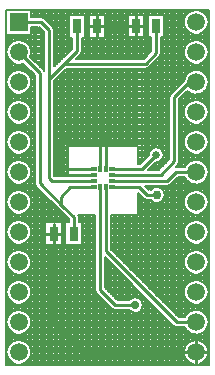
<source format=gtl>
*
%LPD*%
%LNMS 2x2D12 Adapter to DIL24_Rev1.0.GTL*%
%FSLAX24Y24*%
%MOIN*%
%AD*%
%ADD10C,0.00787*%
%ADD11R,0.01181X0.01969*%
%ADD12R,0.01969X0.01181*%
%ADD13R,0.0315X0.05118*%
%ADD14C,0.01*%
%ADD15C,0.05906*%
%ADD16C,0.05906*%
%ADD17R,0.05906X0.05906*%
%ADD18C,0.02874*%
%ADD19C,0.02658*%
%ADD20C,0.02953*%
G54D10*
%SRX1Y1I0.0J0.0*%
G1X6323Y5000D2*
G1X6311Y5099D1*
G1X6275Y5192D1*
G1X6219Y5274D1*
G1X6144Y5340D1*
G1X6056Y5387D1*
G1X5959Y5410D1*
G1X5860Y5410D1*
G1X5763Y5387D1*
G1X5675Y5340D1*
G1X5600Y5274D1*
G1X5543Y5192D1*
G1X5508Y5099D1*
G1X5496Y5000D1*
G1X5508Y4901D1*
G1X5543Y4808D1*
G1X5600Y4726D1*
G1X5675Y4660D1*
G1X5763Y4614D1*
G1X5860Y4590D1*
G1X5959Y4590D1*
G1X6056Y4614D1*
G1X6144Y4660D1*
G1X6219Y4726D1*
G1X6275Y4808D1*
G1X6311Y4901D1*
G1X6323Y5000D1*
G1X6323Y4000D2*
G1X6311Y4099D1*
G1X6275Y4192D1*
G1X6219Y4274D1*
G1X6144Y4340D1*
G1X6056Y4387D1*
G1X5959Y4410D1*
G1X5860Y4410D1*
G1X5763Y4387D1*
G1X5675Y4340D1*
G1X5600Y4274D1*
G1X5543Y4192D1*
G1X5508Y4099D1*
G1X5496Y4000D1*
G1X5508Y3901D1*
G1X5543Y3808D1*
G1X5600Y3726D1*
G1X5675Y3660D1*
G1X5763Y3614D1*
G1X5860Y3590D1*
G1X5959Y3590D1*
G1X6056Y3614D1*
G1X6144Y3660D1*
G1X6219Y3726D1*
G1X6275Y3808D1*
G1X6311Y3901D1*
G1X6323Y4000D1*
G1X5622Y2703D2*
G1X5698Y2645D1*
G1X5786Y2605D1*
G1X5881Y2588D1*
G1X5978Y2592D1*
G1X6071Y2619D1*
G1X6154Y2667D1*
G1X6225Y2733D1*
G1X6278Y2814D1*
G1X6312Y2904D1*
G1X6323Y3000D1*
G1X6310Y3102D1*
G1X6272Y3198D1*
G1X6212Y3282D1*
G1X6132Y3348D1*
G1X6039Y3392D1*
G1X5938Y3412D1*
G1X5835Y3407D1*
G1X5737Y3376D1*
G1X5649Y3321D1*
G1X5578Y3247D1*
G1X5527Y3157D1*
G1X5500Y3057D1*
G1X6323Y2000D2*
G1X6311Y2099D1*
G1X6275Y2192D1*
G1X6219Y2274D1*
G1X6144Y2340D1*
G1X6056Y2387D1*
G1X5959Y2410D1*
G1X5860Y2410D1*
G1X5763Y2387D1*
G1X5675Y2340D1*
G1X5600Y2274D1*
G1X5543Y2192D1*
G1X5508Y2099D1*
G1X5496Y2000D1*
G1X5508Y1901D1*
G1X5543Y1808D1*
G1X5600Y1726D1*
G1X5675Y1660D1*
G1X5763Y1614D1*
G1X5860Y1590D1*
G1X5959Y1590D1*
G1X6056Y1614D1*
G1X6144Y1660D1*
G1X6219Y1726D1*
G1X6275Y1808D1*
G1X6311Y1901D1*
G1X6323Y2000D1*
G1X6323Y1000D2*
G1X6311Y1099D1*
G1X6275Y1192D1*
G1X6219Y1274D1*
G1X6144Y1340D1*
G1X6056Y1387D1*
G1X5959Y1410D1*
G1X5860Y1410D1*
G1X5763Y1387D1*
G1X5675Y1340D1*
G1X5600Y1274D1*
G1X5543Y1192D1*
G1X5508Y1099D1*
G1X5496Y1000D1*
G1X5508Y901D1*
G1X5543Y808D1*
G1X5600Y726D1*
G1X5675Y660D1*
G1X5763Y614D1*
G1X5860Y590D1*
G1X5959Y590D1*
G1X6056Y614D1*
G1X6144Y660D1*
G1X6219Y726D1*
G1X6275Y808D1*
G1X6311Y901D1*
G1X6323Y1000D1*
G1X6323Y0D2*
G1X6310Y101D1*
G1X6273Y196D1*
G1X6214Y280D1*
G1X6136Y346D1*
G1X6045Y391D1*
G1X5945Y412D1*
G1X5843Y408D1*
G1X5745Y379D1*
G1X5657Y327D1*
G1X5584Y256D1*
G1X5532Y168D1*
G1X5532Y-168D2*
G1X5584Y-256D1*
G1X5657Y-327D1*
G1X5745Y-379D1*
G1X5843Y-408D1*
G1X5945Y-412D1*
G1X6045Y-391D1*
G1X6136Y-346D1*
G1X6214Y-280D1*
G1X6273Y-196D1*
G1X6310Y-101D1*
G1X6323Y0D1*
G1X5061Y2619D2*
G1X5012Y2500D1*
G1X5061Y2619D2*
G1X5012Y2500D1*
G1X4689Y3845D2*
G1X4738Y3964D1*
G1X4689Y3845D2*
G1X4738Y3964D1*
G1X5299Y241D2*
G1X5348Y359D1*
G1X5299Y241D2*
G1X5348Y359D1*
G1X4567Y330D2*
G1X4667Y345D1*
G1X4753Y398D1*
G1X4811Y481D1*
G1X4831Y580D1*
G1X4227Y3452D2*
G1X4346Y3501D1*
G1X4227Y3452D2*
G1X4346Y3501D1*
G1X4831Y580D2*
G1X4811Y678D1*
G1X4755Y760D1*
G1X4672Y814D1*
G1X4574Y831D1*
G1X4477Y809D1*
G1X4396Y751D1*
G1X4344Y666D1*
G1X4329Y567D1*
G1X6323Y-1000D2*
G1X6311Y-901D1*
G1X6275Y-808D1*
G1X6219Y-726D1*
G1X6144Y-660D1*
G1X6056Y-614D1*
G1X5959Y-590D1*
G1X5860Y-590D1*
G1X5763Y-614D1*
G1X5675Y-660D1*
G1X5600Y-726D1*
G1X5543Y-808D1*
G1X5508Y-901D1*
G1X5496Y-1000D1*
G1X5508Y-1099D1*
G1X5543Y-1192D1*
G1X5600Y-1274D1*
G1X5675Y-1340D1*
G1X5763Y-1387D1*
G1X5860Y-1410D1*
G1X5959Y-1410D1*
G1X6056Y-1387D1*
G1X6144Y-1340D1*
G1X6219Y-1274D1*
G1X6275Y-1192D1*
G1X6311Y-1099D1*
G1X6323Y-1000D1*
G1X6323Y-2000D2*
G1X6311Y-1901D1*
G1X6275Y-1808D1*
G1X6219Y-1726D1*
G1X6144Y-1660D1*
G1X6056Y-1614D1*
G1X5959Y-1590D1*
G1X5860Y-1590D1*
G1X5763Y-1614D1*
G1X5675Y-1660D1*
G1X5600Y-1726D1*
G1X5543Y-1808D1*
G1X5508Y-1901D1*
G1X5496Y-2000D1*
G1X5508Y-2099D1*
G1X5543Y-2192D1*
G1X5600Y-2274D1*
G1X5675Y-2340D1*
G1X5763Y-2387D1*
G1X5860Y-2410D1*
G1X5959Y-2410D1*
G1X6056Y-2387D1*
G1X6144Y-2340D1*
G1X6219Y-2274D1*
G1X6275Y-2192D1*
G1X6311Y-2099D1*
G1X6323Y-2000D1*
G1X6323Y-3000D2*
G1X6311Y-2901D1*
G1X6275Y-2808D1*
G1X6219Y-2726D1*
G1X6144Y-2660D1*
G1X6056Y-2614D1*
G1X5959Y-2590D1*
G1X5860Y-2590D1*
G1X5763Y-2614D1*
G1X5675Y-2660D1*
G1X5600Y-2726D1*
G1X5543Y-2808D1*
G1X5508Y-2901D1*
G1X5496Y-3000D1*
G1X5508Y-3099D1*
G1X5543Y-3192D1*
G1X5600Y-3274D1*
G1X5675Y-3340D1*
G1X5763Y-3387D1*
G1X5860Y-3410D1*
G1X5959Y-3410D1*
G1X6056Y-3387D1*
G1X6144Y-3340D1*
G1X6219Y-3274D1*
G1X6275Y-3192D1*
G1X6311Y-3099D1*
G1X6323Y-3000D1*
G1X6323Y-4000D2*
G1X6311Y-3901D1*
G1X6275Y-3808D1*
G1X6219Y-3726D1*
G1X6144Y-3660D1*
G1X6056Y-3614D1*
G1X5959Y-3590D1*
G1X5860Y-3590D1*
G1X5763Y-3614D1*
G1X5675Y-3660D1*
G1X5600Y-3726D1*
G1X5543Y-3808D1*
G1X5508Y-3901D1*
G1X5496Y-4000D1*
G1X5508Y-4099D1*
G1X5543Y-4192D1*
G1X5600Y-4274D1*
G1X5675Y-4340D1*
G1X5763Y-4387D1*
G1X5860Y-4410D1*
G1X5959Y-4410D1*
G1X6056Y-4387D1*
G1X6144Y-4340D1*
G1X6219Y-4274D1*
G1X6275Y-4192D1*
G1X6311Y-4099D1*
G1X6323Y-4000D1*
G1X6323Y-5000D2*
G1X6310Y-4899D1*
G1X6273Y-4804D1*
G1X6214Y-4721D1*
G1X6136Y-4654D1*
G1X6045Y-4609D1*
G1X5945Y-4588D1*
G1X5843Y-4592D1*
G1X5745Y-4621D1*
G1X5657Y-4673D1*
G1X5584Y-4745D1*
G1X5532Y-4832D1*
G1X5532Y-5168D2*
G1X5584Y-5256D1*
G1X5657Y-5327D1*
G1X5745Y-5379D1*
G1X5843Y-5408D1*
G1X5945Y-5412D1*
G1X6045Y-5391D1*
G1X6136Y-5346D1*
G1X6214Y-5280D1*
G1X6273Y-5196D1*
G1X6310Y-5101D1*
G1X6323Y-5000D1*
G1X6323Y-6000D2*
G1X6311Y-5901D1*
G1X6275Y-5808D1*
G1X6219Y-5726D1*
G1X6144Y-5660D1*
G1X6056Y-5614D1*
G1X5959Y-5590D1*
G1X5860Y-5590D1*
G1X5763Y-5614D1*
G1X5675Y-5660D1*
G1X5600Y-5726D1*
G1X5543Y-5808D1*
G1X5508Y-5901D1*
G1X5496Y-6000D1*
G1X5508Y-6099D1*
G1X5543Y-6192D1*
G1X5600Y-6274D1*
G1X5675Y-6340D1*
G1X5763Y-6387D1*
G1X5860Y-6410D1*
G1X5959Y-6410D1*
G1X6056Y-6387D1*
G1X6144Y-6340D1*
G1X6219Y-6274D1*
G1X6275Y-6192D1*
G1X6311Y-6099D1*
G1X6323Y-6000D1*
G1X4937Y-463D2*
G1X5056Y-414D1*
G1X4937Y-463D2*
G1X5056Y-414D1*
G1X4862Y-749D2*
G1X4846Y-658D1*
G1X4799Y-577D1*
G1X4728Y-518D1*
G1X4640Y-487D1*
G1X4547Y-488D1*
G1X4461Y-520D1*
G1X4390Y-581D1*
G1X4390Y-917D2*
G1X4461Y-978D1*
G1X4547Y-1010D1*
G1X4640Y-1011D1*
G1X4728Y-980D1*
G1X4799Y-921D1*
G1X4846Y-840D1*
G1X4862Y-749D1*
G1X4138Y-868D2*
G1X4257Y-917D1*
G1X4138Y-868D2*
G1X4257Y-917D1*
G1X5150Y-5119D2*
G1X5269Y-5168D1*
G1X5150Y-5119D2*
G1X5269Y-5168D1*
G1X4139Y-4431D2*
G1X4118Y-4328D1*
G1X4057Y-4241D1*
G1X3967Y-4185D1*
G1X3862Y-4170D1*
G1X3760Y-4198D1*
G1X3677Y-4263D1*
G1X3677Y-4600D2*
G1X3760Y-4665D1*
G1X3862Y-4693D1*
G1X3967Y-4677D1*
G1X4057Y-4622D1*
G1X4118Y-4535D1*
G1X4139Y-4431D1*
G1X3102Y-4550D2*
G1X3221Y-4600D1*
G1X3102Y-4550D2*
G1X3221Y-4600D1*
G1X1182Y4735D2*
G1X1133Y4854D1*
G1X1182Y4735D2*
G1X1133Y4854D1*
G1X2051Y3918D2*
G1X2100Y4036D1*
G1X2051Y3918D2*
G1X2100Y4036D1*
G1X866Y5121D2*
G1X747Y5170D1*
G1X866Y5121D2*
G1X747Y5170D1*
G1X386Y3853D2*
G1X407Y3925D1*
G1X413Y4000D1*
G1X401Y4099D1*
G1X366Y4192D1*
G1X309Y4274D1*
G1X234Y4341D1*
G1X146Y4387D1*
G1X49Y4411D1*
G1X-51Y4410D1*
G1X-148Y4386D1*
G1X-236Y4340D1*
G1X-310Y4273D1*
G1X-367Y4191D1*
G1X-402Y4097D1*
G1X-413Y3998D1*
G1X-401Y3899D1*
G1X-365Y3806D1*
G1X-308Y3724D1*
G1X-233Y3658D1*
G1X-144Y3613D1*
G1X-47Y3589D1*
G1X53Y3590D1*
G1X149Y3615D1*
G1X413Y3000D2*
G1X401Y3099D1*
G1X366Y3192D1*
G1X309Y3274D1*
G1X235Y3340D1*
G1X147Y3387D1*
G1X50Y3410D1*
G1X-50Y3410D1*
G1X-147Y3387D1*
G1X-235Y3340D1*
G1X-309Y3274D1*
G1X-366Y3192D1*
G1X-401Y3099D1*
G1X-413Y3000D1*
G1X-401Y2901D1*
G1X-366Y2808D1*
G1X-309Y2726D1*
G1X-235Y2660D1*
G1X-147Y2614D1*
G1X-50Y2590D1*
G1X50Y2590D1*
G1X147Y2614D1*
G1X235Y2660D1*
G1X309Y2726D1*
G1X366Y2808D1*
G1X401Y2901D1*
G1X413Y3000D1*
G1X413Y2000D2*
G1X401Y2099D1*
G1X366Y2192D1*
G1X309Y2274D1*
G1X235Y2340D1*
G1X147Y2387D1*
G1X50Y2410D1*
G1X-50Y2410D1*
G1X-147Y2387D1*
G1X-235Y2340D1*
G1X-309Y2274D1*
G1X-366Y2192D1*
G1X-401Y2099D1*
G1X-413Y2000D1*
G1X-401Y1901D1*
G1X-366Y1808D1*
G1X-309Y1726D1*
G1X-235Y1660D1*
G1X-147Y1614D1*
G1X-50Y1590D1*
G1X50Y1590D1*
G1X147Y1614D1*
G1X235Y1660D1*
G1X309Y1726D1*
G1X366Y1808D1*
G1X401Y1901D1*
G1X413Y2000D1*
G1X413Y1000D2*
G1X401Y1099D1*
G1X366Y1192D1*
G1X309Y1274D1*
G1X235Y1340D1*
G1X147Y1387D1*
G1X50Y1410D1*
G1X-50Y1410D1*
G1X-147Y1387D1*
G1X-235Y1340D1*
G1X-309Y1274D1*
G1X-366Y1192D1*
G1X-401Y1099D1*
G1X-413Y1000D1*
G1X-401Y901D1*
G1X-366Y808D1*
G1X-309Y726D1*
G1X-235Y660D1*
G1X-147Y614D1*
G1X-50Y590D1*
G1X50Y590D1*
G1X147Y614D1*
G1X235Y660D1*
G1X309Y726D1*
G1X366Y808D1*
G1X401Y901D1*
G1X413Y1000D1*
G1X1996Y-1503D2*
G1X1975Y-1421D1*
G1X1996Y-1503D2*
G1X1975Y-1421D1*
G1X2531Y-3910D2*
G1X2581Y-4029D1*
G1X2531Y-3910D2*
G1X2581Y-4029D1*
G1X525Y-367D2*
G1X574Y-486D1*
G1X525Y-367D2*
G1X574Y-486D1*
G1X413Y0D2*
G1X401Y99D1*
G1X366Y192D1*
G1X309Y274D1*
G1X235Y340D1*
G1X147Y387D1*
G1X50Y410D1*
G1X-50Y410D1*
G1X-147Y387D1*
G1X-235Y340D1*
G1X-309Y274D1*
G1X-366Y192D1*
G1X-401Y99D1*
G1X-413Y0D1*
G1X-401Y-99D1*
G1X-366Y-192D1*
G1X-309Y-274D1*
G1X-235Y-340D1*
G1X-147Y-387D1*
G1X-50Y-410D1*
G1X50Y-410D1*
G1X147Y-387D1*
G1X235Y-340D1*
G1X309Y-274D1*
G1X366Y-192D1*
G1X401Y-99D1*
G1X413Y0D1*
G1X413Y-1000D2*
G1X401Y-901D1*
G1X366Y-808D1*
G1X309Y-726D1*
G1X235Y-660D1*
G1X147Y-614D1*
G1X50Y-590D1*
G1X-50Y-590D1*
G1X-147Y-614D1*
G1X-235Y-660D1*
G1X-309Y-726D1*
G1X-366Y-808D1*
G1X-401Y-901D1*
G1X-413Y-1000D1*
G1X-401Y-1099D1*
G1X-366Y-1192D1*
G1X-309Y-1274D1*
G1X-235Y-1340D1*
G1X-147Y-1387D1*
G1X-50Y-1410D1*
G1X50Y-1410D1*
G1X147Y-1387D1*
G1X235Y-1340D1*
G1X309Y-1274D1*
G1X366Y-1192D1*
G1X401Y-1099D1*
G1X413Y-1000D1*
G1X413Y-2000D2*
G1X401Y-1901D1*
G1X366Y-1808D1*
G1X309Y-1726D1*
G1X235Y-1660D1*
G1X147Y-1614D1*
G1X50Y-1590D1*
G1X-50Y-1590D1*
G1X-147Y-1614D1*
G1X-235Y-1660D1*
G1X-309Y-1726D1*
G1X-366Y-1808D1*
G1X-401Y-1901D1*
G1X-413Y-2000D1*
G1X-401Y-2099D1*
G1X-366Y-2192D1*
G1X-309Y-2274D1*
G1X-235Y-2340D1*
G1X-147Y-2387D1*
G1X-50Y-2410D1*
G1X50Y-2410D1*
G1X147Y-2387D1*
G1X235Y-2340D1*
G1X309Y-2274D1*
G1X366Y-2192D1*
G1X401Y-2099D1*
G1X413Y-2000D1*
G1X413Y-3000D2*
G1X401Y-2901D1*
G1X366Y-2808D1*
G1X309Y-2726D1*
G1X235Y-2660D1*
G1X147Y-2614D1*
G1X50Y-2590D1*
G1X-50Y-2590D1*
G1X-147Y-2614D1*
G1X-235Y-2660D1*
G1X-309Y-2726D1*
G1X-366Y-2808D1*
G1X-401Y-2901D1*
G1X-413Y-3000D1*
G1X-401Y-3099D1*
G1X-366Y-3192D1*
G1X-309Y-3274D1*
G1X-235Y-3340D1*
G1X-147Y-3387D1*
G1X-50Y-3410D1*
G1X50Y-3410D1*
G1X147Y-3387D1*
G1X235Y-3340D1*
G1X309Y-3274D1*
G1X366Y-3192D1*
G1X401Y-3099D1*
G1X413Y-3000D1*
G1X413Y-4000D2*
G1X401Y-3901D1*
G1X366Y-3808D1*
G1X309Y-3726D1*
G1X235Y-3660D1*
G1X147Y-3614D1*
G1X50Y-3590D1*
G1X-50Y-3590D1*
G1X-147Y-3614D1*
G1X-235Y-3660D1*
G1X-309Y-3726D1*
G1X-366Y-3808D1*
G1X-401Y-3901D1*
G1X-413Y-4000D1*
G1X-401Y-4099D1*
G1X-366Y-4192D1*
G1X-309Y-4274D1*
G1X-235Y-4340D1*
G1X-147Y-4387D1*
G1X-50Y-4410D1*
G1X50Y-4410D1*
G1X147Y-4387D1*
G1X235Y-4340D1*
G1X309Y-4274D1*
G1X366Y-4192D1*
G1X401Y-4099D1*
G1X413Y-4000D1*
G1X413Y-5000D2*
G1X401Y-4901D1*
G1X366Y-4808D1*
G1X309Y-4726D1*
G1X235Y-4660D1*
G1X147Y-4614D1*
G1X50Y-4590D1*
G1X-50Y-4590D1*
G1X-147Y-4614D1*
G1X-235Y-4660D1*
G1X-309Y-4726D1*
G1X-366Y-4808D1*
G1X-401Y-4901D1*
G1X-413Y-5000D1*
G1X-401Y-5099D1*
G1X-366Y-5192D1*
G1X-309Y-5274D1*
G1X-235Y-5340D1*
G1X-147Y-5387D1*
G1X-50Y-5410D1*
G1X50Y-5410D1*
G1X147Y-5387D1*
G1X235Y-5340D1*
G1X309Y-5274D1*
G1X366Y-5192D1*
G1X401Y-5099D1*
G1X413Y-5000D1*
G1X413Y-6000D2*
G1X401Y-5901D1*
G1X366Y-5808D1*
G1X309Y-5726D1*
G1X235Y-5660D1*
G1X147Y-5614D1*
G1X50Y-5590D1*
G1X-50Y-5590D1*
G1X-147Y-5614D1*
G1X-235Y-5660D1*
G1X-309Y-5726D1*
G1X-366Y-5808D1*
G1X-401Y-5901D1*
G1X-413Y-6000D1*
G1X-401Y-6099D1*
G1X-366Y-6192D1*
G1X-309Y-6274D1*
G1X-235Y-6340D1*
G1X-147Y-6387D1*
G1X-50Y-6410D1*
G1X50Y-6410D1*
G1X147Y-6387D1*
G1X235Y-6340D1*
G1X309Y-6274D1*
G1X366Y-6192D1*
G1X401Y-6099D1*
G1X413Y-6000D1*
G1X6235Y5255D2*
G1X6331Y5255D1*
G1X6318Y5064D2*
G1X6318Y5418D1*
G1X6318Y4064D2*
G1X6318Y4936D1*
G1X5942Y5412D2*
G1X6331Y5412D1*
G1X6154Y5333D2*
G1X6331Y5333D1*
G1X6197Y4703D2*
G1X6331Y4703D1*
G1X6183Y4310D2*
G1X6331Y4310D1*
G1X6252Y4231D2*
G1X6331Y4231D1*
G1X6083Y4625D2*
G1X6331Y4625D1*
G1X6051Y4388D2*
G1X6331Y4388D1*
G1X6239Y5249D2*
G1X6239Y5418D1*
G1X6160Y5329D2*
G1X6160Y5418D1*
G1X6239Y4249D2*
G1X6239Y4751D1*
G1X6082Y4376D2*
G1X6082Y4624D1*
G1X6160Y4329D2*
G1X6160Y4672D1*
G1X6003Y4403D2*
G1X6003Y4597D1*
G1X5924Y4413D2*
G1X5924Y4587D1*
G1X6245Y3759D2*
G1X6331Y3759D1*
G1X5845Y4408D2*
G1X5845Y4592D1*
G1X5767Y4388D2*
G1X5767Y4612D1*
G1X6171Y3680D2*
G1X6331Y3680D1*
G1X6239Y3249D2*
G1X6239Y3751D1*
G1X6318Y3064D2*
G1X6318Y3936D1*
G1X6018Y3601D2*
G1X6331Y3601D1*
G1X6104Y3365D2*
G1X6331Y3365D1*
G1X6208Y3286D2*
G1X6331Y3286D1*
G1X6239Y2249D2*
G1X6239Y2751D1*
G1X6318Y2064D2*
G1X6318Y2936D1*
G1X6227Y2735D2*
G1X6331Y2735D1*
G1X6139Y2656D2*
G1X6331Y2656D1*
G1X6082Y3376D2*
G1X6082Y3624D1*
G1X6003Y3403D2*
G1X6003Y3597D1*
G1X6160Y3329D2*
G1X6160Y3672D1*
G1X5924Y3413D2*
G1X5924Y3587D1*
G1X5767Y3388D2*
G1X5767Y3612D1*
G1X6082Y2376D2*
G1X6082Y2624D1*
G1X6160Y2329D2*
G1X6160Y2672D1*
G1X5845Y3408D2*
G1X5845Y3592D1*
G1X6003Y2403D2*
G1X6003Y2597D1*
G1X5688Y4349D2*
G1X5688Y4651D1*
G1X5609Y5284D2*
G1X5609Y5418D1*
G1X5609Y4284D2*
G1X5609Y4716D1*
G1X4846Y4703D2*
G1X5621Y4703D1*
G1X4846Y4546D2*
G1X6331Y4546D1*
G1X4846Y4625D2*
G1X5736Y4625D1*
G1X4738Y4467D2*
G1X6331Y4467D1*
G1X4738Y4388D2*
G1X5768Y4388D1*
G1X4738Y4310D2*
G1X5636Y4310D1*
G1X5530Y5165D2*
G1X5530Y5418D1*
G1X4846Y5176D2*
G1X5535Y5176D1*
G1X4846Y5097D2*
G1X5508Y5097D1*
G1X4846Y5018D2*
G1X5496Y5018D1*
G1X4846Y4940D2*
G1X5500Y4940D1*
G1X4846Y4782D2*
G1X5558Y4782D1*
G1X4846Y4861D2*
G1X5520Y4861D1*
G1X5530Y4165D2*
G1X5530Y4835D1*
G1X4738Y4231D2*
G1X5567Y4231D1*
G1X4738Y4152D2*
G1X5525Y4152D1*
G1X5688Y3349D2*
G1X5688Y3651D1*
G1X5609Y3284D2*
G1X5609Y3716D1*
G1X4524Y3680D2*
G1X5648Y3680D1*
G1X4445Y3601D2*
G1X5801Y3601D1*
G1X5574Y2656D2*
G1X5680Y2656D1*
G1X5688Y2349D2*
G1X5688Y2651D1*
G1X4366Y3522D2*
G1X6331Y3522D1*
G1X4738Y4074D2*
G1X5503Y4074D1*
G1X4738Y3995D2*
G1X5496Y3995D1*
G1X5530Y3165D2*
G1X5530Y3835D1*
G1X4731Y3916D2*
G1X5505Y3916D1*
G1X4681Y3837D2*
G1X5529Y3837D1*
G1X5348Y2430D2*
G1X5622Y2703D1*
G1X5609Y2284D2*
G1X5609Y2691D1*
G1X4603Y3759D2*
G1X5574Y3759D1*
G1X5061Y2619D2*
G1X5500Y3057D1*
G1X6229Y2263D2*
G1X6331Y2263D1*
G1X6205Y1711D2*
G1X6331Y1711D1*
G1X6239Y1249D2*
G1X6239Y1751D1*
G1X6143Y2341D2*
G1X6331Y2341D1*
G1X6160Y1329D2*
G1X6160Y1672D1*
G1X6099Y1633D2*
G1X6331Y1633D1*
G1X6174Y1318D2*
G1X6331Y1318D1*
G1X6247Y1239D2*
G1X6331Y1239D1*
G1X6027Y1396D2*
G1X6331Y1396D1*
G1X6082Y1376D2*
G1X6082Y1624D1*
G1X5924Y2413D2*
G1X5924Y2587D1*
G1X5845Y2408D2*
G1X5845Y2592D1*
G1X5767Y2388D2*
G1X5767Y2612D1*
G1X5530Y2165D2*
G1X5530Y2612D1*
G1X5609Y1284D2*
G1X5609Y1716D1*
G1X6003Y1403D2*
G1X6003Y1597D1*
G1X5924Y1413D2*
G1X5924Y1587D1*
G1X5845Y1408D2*
G1X5845Y1592D1*
G1X5767Y1388D2*
G1X5767Y1612D1*
G1X5688Y1349D2*
G1X5688Y1651D1*
G1X6318Y1064D2*
G1X6318Y1936D1*
G1X6250Y766D2*
G1X6331Y766D1*
G1X6318Y64D2*
G1X6318Y936D1*
G1X6180Y688D2*
G1X6331Y688D1*
G1X6239Y249D2*
G1X6239Y751D1*
G1X6200Y294D2*
G1X6331Y294D1*
G1X6233Y-257D2*
G1X6331Y-257D1*
G1X6150Y-336D2*
G1X6331Y-336D1*
G1X6043Y609D2*
G1X6331Y609D1*
G1X6088Y373D2*
G1X6331Y373D1*
G1X6082Y376D2*
G1X6082Y624D1*
G1X5688Y349D2*
G1X5688Y651D1*
G1X6160Y329D2*
G1X6160Y672D1*
G1X5530Y1165D2*
G1X5530Y1835D1*
G1X5609Y284D2*
G1X5609Y716D1*
G1X5924Y413D2*
G1X5924Y587D1*
G1X6003Y403D2*
G1X6003Y597D1*
G1X5845Y408D2*
G1X5845Y592D1*
G1X5767Y388D2*
G1X5767Y612D1*
G1X5496Y2577D2*
G1X6331Y2577D1*
G1X5417Y2499D2*
G1X6331Y2499D1*
G1X5348Y2420D2*
G1X6331Y2420D1*
G1X5348Y2341D2*
G1X5676Y2341D1*
G1X5348Y1554D2*
G1X6331Y1554D1*
G1X5348Y1633D2*
G1X5720Y1633D1*
G1X5348Y1475D2*
G1X6331Y1475D1*
G1X5348Y1396D2*
G1X5792Y1396D1*
G1X5348Y1318D2*
G1X5645Y1318D1*
G1X5348Y2263D2*
G1X5590Y2263D1*
G1X5348Y2184D2*
G1X5539Y2184D1*
G1X5348Y2105D2*
G1X5510Y2105D1*
G1X5348Y2026D2*
G1X5497Y2026D1*
G1X5348Y1948D2*
G1X5499Y1948D1*
G1X5348Y1790D2*
G1X5553Y1790D1*
G1X5348Y1711D2*
G1X5614Y1711D1*
G1X5348Y1239D2*
G1X5572Y1239D1*
G1X5348Y1160D2*
G1X5528Y1160D1*
G1X5348Y688D2*
G1X5639Y688D1*
G1X5348Y609D2*
G1X5775Y609D1*
G1X5348Y530D2*
G1X6331Y530D1*
G1X5348Y451D2*
G1X6331Y451D1*
G1X5348Y373D2*
G1X5731Y373D1*
G1X5134Y-336D2*
G1X5669Y-336D1*
G1X5056Y-415D2*
G1X6331Y-415D1*
G1X5348Y766D2*
G1X5568Y766D1*
G1X5348Y845D2*
G1X5526Y845D1*
G1X5530Y168D2*
G1X5530Y835D1*
G1X5335Y294D2*
G1X5619Y294D1*
G1X5274Y215D2*
G1X5556Y215D1*
G1X5302Y-168D2*
G1X5532Y-168D1*
G1X5292Y-179D2*
G1X5537Y-179D1*
G1X5233Y168D2*
G1X5532Y168D1*
G1X5213Y-257D2*
G1X5586Y-257D1*
G1X4822Y5239D2*
G1X4822Y5418D1*
G1X4743Y5239D2*
G1X4743Y5418D1*
G1X4664Y5239D2*
G1X4664Y5418D1*
G1X4586Y5239D2*
G1X4586Y5418D1*
G1X4507Y5239D2*
G1X4507Y5418D1*
G1X4846Y4491D2*
G1X4846Y5239D1*
G1X4428Y5239D2*
G1X4428Y5418D1*
G1X4738Y4491D2*
G1X4846Y4491D1*
G1X4349Y5239D2*
G1X4349Y5418D1*
G1X4295Y5239D2*
G1X4846Y5239D1*
G1X4177Y5176D2*
G1X4295Y5176D1*
G1X4177Y5097D2*
G1X4295Y5097D1*
G1X4177Y5018D2*
G1X4295Y5018D1*
G1X4113Y5239D2*
G1X4113Y5418D1*
G1X4177Y4940D2*
G1X4295Y4940D1*
G1X4177Y4861D2*
G1X4295Y4861D1*
G1X4177Y4782D2*
G1X4295Y4782D1*
G1X4177Y4703D2*
G1X4295Y4703D1*
G1X4177Y4625D2*
G1X4295Y4625D1*
G1X4177Y4546D2*
G1X4295Y4546D1*
G1X5452Y3009D2*
G1X5452Y5418D1*
G1X5373Y2930D2*
G1X5373Y5418D1*
G1X5294Y2851D2*
G1X5294Y5418D1*
G1X5215Y2773D2*
G1X5215Y5418D1*
G1X5137Y2694D2*
G1X5137Y5418D1*
G1X5058Y2615D2*
G1X5058Y5418D1*
G1X4979Y396D2*
G1X4979Y5418D1*
G1X4901Y317D2*
G1X4901Y5418D1*
G1X4743Y771D2*
G1X4743Y4491D1*
G1X4822Y648D2*
G1X4822Y4491D1*
G1X4738Y3964D2*
G1X4738Y4491D1*
G1X4295Y4491D2*
G1X4295Y5239D1*
G1X4271Y3902D2*
G1X4271Y5418D1*
G1X4177Y4491D2*
G1X4177Y5239D1*
G1X4192Y3823D2*
G1X4192Y5418D1*
G1X4402Y4033D2*
G1X4402Y4491D1*
G1X4349Y3981D2*
G1X4349Y4491D1*
G1X4295Y4491D2*
G1X4402Y4491D1*
G1X4113Y3788D2*
G1X4113Y4491D1*
G1X4034Y5239D2*
G1X4034Y5418D1*
G1X3956Y5239D2*
G1X3956Y5418D1*
G1X3877Y5239D2*
G1X3877Y5418D1*
G1X3798Y5239D2*
G1X3798Y5418D1*
G1X3719Y5239D2*
G1X3719Y5418D1*
G1X3641Y5239D2*
G1X3641Y5418D1*
G1X3625Y5239D2*
G1X4177Y5239D1*
G1X2877Y5176D2*
G1X3625Y5176D1*
G1X2853Y5238D2*
G1X2853Y5418D1*
G1X2877Y5097D2*
G1X3625Y5097D1*
G1X2877Y5018D2*
G1X3625Y5018D1*
G1X2877Y4940D2*
G1X3625Y4940D1*
G1X2877Y4861D2*
G1X3625Y4861D1*
G1X2877Y4782D2*
G1X3625Y4782D1*
G1X2877Y4703D2*
G1X3625Y4703D1*
G1X2877Y4625D2*
G1X3625Y4625D1*
G1X3625Y4491D2*
G1X3625Y5239D1*
G1X3625Y4491D2*
G1X4177Y4491D1*
G1X2877Y4546D2*
G1X3625Y4546D1*
G1X3562Y3788D2*
G1X3562Y5418D1*
G1X4034Y3788D2*
G1X4034Y4491D1*
G1X3956Y3788D2*
G1X3956Y4491D1*
G1X3877Y3788D2*
G1X3877Y4491D1*
G1X3798Y3788D2*
G1X3798Y4491D1*
G1X3719Y3788D2*
G1X3719Y4491D1*
G1X3483Y3788D2*
G1X3483Y5418D1*
G1X3404Y3788D2*
G1X3404Y5418D1*
G1X3326Y3788D2*
G1X3326Y5418D1*
G1X3247Y3788D2*
G1X3247Y5418D1*
G1X3168Y3788D2*
G1X3168Y5418D1*
G1X3089Y3788D2*
G1X3089Y5418D1*
G1X3011Y3788D2*
G1X3011Y5418D1*
G1X2877Y4490D2*
G1X2877Y5238D1*
G1X2932Y3788D2*
G1X2932Y5418D1*
G1X5348Y1869D2*
G1X5517Y1869D1*
G1X5348Y1081D2*
G1X5504Y1081D1*
G1X5348Y1003D2*
G1X5496Y1003D1*
G1X5348Y924D2*
G1X5503Y924D1*
G1X4829Y609D2*
G1X5012Y609D1*
G1X4826Y530D2*
G1X5012Y530D1*
G1X4748Y766D2*
G1X5012Y766D1*
G1X4807Y688D2*
G1X5012Y688D1*
G1X4664Y817D2*
G1X4664Y3820D1*
G1X4346Y3501D2*
G1X4689Y3845D1*
G1X4586Y831D2*
G1X4586Y3741D1*
G1X4795Y451D2*
G1X5012Y451D1*
G1X4507Y820D2*
G1X4507Y3663D1*
G1X5012Y429D2*
G1X5012Y2500D1*
G1X4428Y780D2*
G1X4428Y3584D1*
G1X4349Y679D2*
G1X4349Y3505D1*
G1X5452Y168D2*
G1X5452Y2533D1*
G1X5348Y359D2*
G1X5348Y2430D1*
G1X5373Y168D2*
G1X5373Y2455D1*
G1X4721Y373D2*
G1X4956Y373D1*
G1X4656Y73D2*
G1X5012Y429D1*
G1X5227Y168D2*
G1X5299Y241D1*
G1X4531Y294D2*
G1X4877Y294D1*
G1X5056Y-414D2*
G1X5302Y-168D1*
G1X4822Y239D2*
G1X4822Y513D1*
G1X4743Y160D2*
G1X4743Y389D1*
G1X4664Y81D2*
G1X4664Y344D1*
G1X4586Y73D2*
G1X4586Y329D1*
G1X4453Y215D2*
G1X4798Y215D1*
G1X4507Y73D2*
G1X4507Y269D1*
G1X4374Y137D2*
G1X4720Y137D1*
G1X4428Y73D2*
G1X4428Y191D1*
G1X4157Y3788D2*
G1X4402Y4033D1*
G1X3641Y3788D2*
G1X3641Y4491D1*
G1X3956Y871D2*
G1X3956Y3452D1*
G1X3971Y845D2*
G1X5012Y845D1*
G1X3877Y871D2*
G1X3877Y3452D1*
G1X3798Y871D2*
G1X3798Y3452D1*
G1X3719Y871D2*
G1X3719Y3452D1*
G1X3641Y871D2*
G1X3641Y3452D1*
G1X3562Y871D2*
G1X3562Y3452D1*
G1X3483Y871D2*
G1X3483Y3452D1*
G1X3404Y871D2*
G1X3404Y3452D1*
G1X2853Y3788D2*
G1X2853Y4490D1*
G1X2775Y3788D2*
G1X2775Y4490D1*
G1X3326Y871D2*
G1X3326Y3452D1*
G1X3247Y871D2*
G1X3247Y3452D1*
G1X3168Y871D2*
G1X3168Y3452D1*
G1X3089Y871D2*
G1X3089Y3452D1*
G1X3971Y766D2*
G1X4412Y766D1*
G1X4271Y509D2*
G1X4271Y3458D1*
G1X3971Y688D2*
G1X4353Y688D1*
G1X3971Y609D2*
G1X4331Y609D1*
G1X4311Y73D2*
G1X4567Y330D1*
G1X4035Y273D2*
G1X4329Y567D1*
G1X4311Y73D2*
G1X4656Y73D1*
G1X3971Y530D2*
G1X4292Y530D1*
G1X3971Y451D2*
G1X4213Y451D1*
G1X4192Y430D2*
G1X4192Y3452D1*
G1X3011Y871D2*
G1X3011Y3452D1*
G1X4113Y351D2*
G1X4113Y3452D1*
G1X2932Y871D2*
G1X2932Y3452D1*
G1X2853Y871D2*
G1X2853Y3452D1*
G1X3971Y373D2*
G1X4135Y373D1*
G1X3971Y273D2*
G1X3971Y871D1*
G1X2775Y871D2*
G1X2775Y3452D1*
G1X3971Y294D2*
G1X4056Y294D1*
G1X6222Y-730D2*
G1X6331Y-730D1*
G1X6239Y-751D2*
G1X6239Y-249D1*
G1X6318Y-936D2*
G1X6318Y-64D1*
G1X6131Y-651D2*
G1X6331Y-651D1*
G1X6160Y-672D2*
G1X6160Y-329D1*
G1X6213Y-1281D2*
G1X6331Y-1281D1*
G1X6164Y-1675D2*
G1X6331Y-1675D1*
G1X6160Y-1672D2*
G1X6160Y-1329D1*
G1X6113Y-1360D2*
G1X6331Y-1360D1*
G1X5996Y-1596D2*
G1X6331Y-1596D1*
G1X6003Y-597D2*
G1X6003Y-403D1*
G1X5924Y-587D2*
G1X5924Y-413D1*
G1X6082Y-624D2*
G1X6082Y-376D1*
G1X5845Y-592D2*
G1X5845Y-408D1*
G1X5767Y-612D2*
G1X5767Y-388D1*
G1X6003Y-1597D2*
G1X6003Y-1403D1*
G1X5924Y-1587D2*
G1X5924Y-1413D1*
G1X6082Y-1624D2*
G1X6082Y-1376D1*
G1X5845Y-1592D2*
G1X5845Y-1408D1*
G1X5767Y-1612D2*
G1X5767Y-1388D1*
G1X6318Y-1936D2*
G1X6318Y-1064D1*
G1X6318Y-2936D2*
G1X6318Y-2064D1*
G1X6331Y-6422D2*
G1X6331Y5418D1*
G1X6241Y-1753D2*
G1X6331Y-1753D1*
G1X6189Y-2305D2*
G1X6331Y-2305D1*
G1X6192Y-2698D2*
G1X6331Y-2698D1*
G1X6239Y-3249D2*
G1X6331Y-3249D1*
G1X6318Y-3936D2*
G1X6318Y-3064D1*
G1X6064Y-2383D2*
G1X6331Y-2383D1*
G1X6071Y-2619D2*
G1X6331Y-2619D1*
G1X6239Y-1751D2*
G1X6239Y-1249D1*
G1X6160Y-2672D2*
G1X6160Y-2329D1*
G1X6239Y-2751D2*
G1X6239Y-2249D1*
G1X6003Y-2597D2*
G1X6003Y-2403D1*
G1X6082Y-2624D2*
G1X6082Y-2376D1*
G1X5924Y-2587D2*
G1X5924Y-2413D1*
G1X6239Y-3751D2*
G1X6239Y-3249D1*
G1X5845Y-2592D2*
G1X5845Y-2408D1*
G1X5767Y-2612D2*
G1X5767Y-2388D1*
G1X5688Y-651D2*
G1X5688Y-349D1*
G1X4843Y-651D2*
G1X5688Y-651D1*
G1X4669Y-493D2*
G1X6331Y-493D1*
G1X4795Y-572D2*
G1X6331Y-572D1*
G1X3068Y-1438D2*
G1X6331Y-1438D1*
G1X3971Y-1360D2*
G1X5705Y-1360D1*
G1X5688Y-1651D2*
G1X5688Y-1349D1*
G1X3068Y-1517D2*
G1X6331Y-1517D1*
G1X3068Y-1596D2*
G1X5823Y-1596D1*
G1X5609Y-716D2*
G1X5609Y-284D1*
G1X4861Y-730D2*
G1X5597Y-730D1*
G1X5530Y-835D2*
G1X5530Y-168D1*
G1X4855Y-808D2*
G1X5543Y-808D1*
G1X3971Y-1202D2*
G1X5549Y-1202D1*
G1X3971Y-1281D2*
G1X5606Y-1281D1*
G1X5609Y-1716D2*
G1X5609Y-1284D1*
G1X3068Y-1675D2*
G1X5655Y-1675D1*
G1X3068Y-1753D2*
G1X5578Y-1753D1*
G1X5688Y-2651D2*
G1X5688Y-2349D1*
G1X5609Y-2716D2*
G1X5609Y-2284D1*
G1X3068Y-2305D2*
G1X5630Y-2305D1*
G1X3068Y-2383D2*
G1X5754Y-2383D1*
G1X3126Y-2619D2*
G1X5748Y-2619D1*
G1X3205Y-2698D2*
G1X5627Y-2698D1*
G1X3068Y-2462D2*
G1X6331Y-2462D1*
G1X3068Y-2541D2*
G1X6331Y-2541D1*
G1X3284Y-2777D2*
G1X5561Y-2777D1*
G1X5530Y-1835D2*
G1X5530Y-1165D1*
G1X5530Y-2835D2*
G1X5530Y-2165D1*
G1X3068Y-1832D2*
G1X5532Y-1832D1*
G1X3068Y-2226D2*
G1X5563Y-2226D1*
G1X5609Y-3716D2*
G1X5609Y-3284D1*
G1X5530Y-3835D2*
G1X5530Y-3165D1*
G1X3677Y-3171D2*
G1X5533Y-3171D1*
G1X3756Y-3249D2*
G1X5580Y-3249D1*
G1X6161Y-3328D2*
G1X6331Y-3328D1*
G1X6215Y-3722D2*
G1X6331Y-3722D1*
G1X6318Y-4936D2*
G1X6318Y-4064D1*
G1X5983Y-3407D2*
G1X6331Y-3407D1*
G1X6118Y-3643D2*
G1X6331Y-3643D1*
G1X6220Y-4273D2*
G1X6331Y-4273D1*
G1X6154Y-4667D2*
G1X6331Y-4667D1*
G1X6235Y-4745D2*
G1X6331Y-4745D1*
G1X6127Y-4352D2*
G1X6331Y-4352D1*
G1X5942Y-4588D2*
G1X6331Y-4588D1*
G1X6160Y-3672D2*
G1X6160Y-3329D1*
G1X6082Y-3624D2*
G1X6082Y-3376D1*
G1X6239Y-4751D2*
G1X6239Y-4249D1*
G1X6003Y-3597D2*
G1X6003Y-3403D1*
G1X5924Y-3587D2*
G1X5924Y-3413D1*
G1X6160Y-4672D2*
G1X6160Y-4329D1*
G1X6082Y-4624D2*
G1X6082Y-4376D1*
G1X6197Y-5297D2*
G1X6331Y-5297D1*
G1X6003Y-4597D2*
G1X6003Y-4403D1*
G1X5924Y-4587D2*
G1X5924Y-4413D1*
G1X6183Y-5690D2*
G1X6331Y-5690D1*
G1X6252Y-5769D2*
G1X6331Y-5769D1*
G1X6318Y-5936D2*
G1X6318Y-5064D1*
G1X6083Y-5375D2*
G1X6331Y-5375D1*
G1X6051Y-5612D2*
G1X6331Y-5612D1*
G1X6245Y-6242D2*
G1X6331Y-6242D1*
G1X6171Y-6320D2*
G1X6331Y-6320D1*
G1X6318Y-6422D2*
G1X6318Y-6064D1*
G1X6018Y-6399D2*
G1X6331Y-6399D1*
G1X6160Y-5672D2*
G1X6160Y-5329D1*
G1X6082Y-5624D2*
G1X6082Y-5376D1*
G1X6239Y-5751D2*
G1X6239Y-5249D1*
G1X6003Y-5597D2*
G1X6003Y-5403D1*
G1X5924Y-5587D2*
G1X5924Y-5413D1*
G1X6239Y-6422D2*
G1X6239Y-6249D1*
G1X6160Y-6422D2*
G1X6160Y-6329D1*
G1X4071Y-3564D2*
G1X6331Y-3564D1*
G1X5845Y-3592D2*
G1X5845Y-3408D1*
G1X5767Y-3612D2*
G1X5767Y-3388D1*
G1X3914Y-3407D2*
G1X5836Y-3407D1*
G1X3992Y-3486D2*
G1X6331Y-3486D1*
G1X5845Y-4592D2*
G1X5845Y-4408D1*
G1X5095Y-4588D2*
G1X5877Y-4588D1*
G1X4937Y-4430D2*
G1X6331Y-4430D1*
G1X5016Y-4509D2*
G1X6331Y-4509D1*
G1X5688Y-3651D2*
G1X5688Y-3349D1*
G1X4229Y-3722D2*
G1X5604Y-3722D1*
G1X4307Y-3801D2*
G1X5547Y-3801D1*
G1X3835Y-3328D2*
G1X5658Y-3328D1*
G1X4150Y-3643D2*
G1X5701Y-3643D1*
G1X4859Y-4352D2*
G1X5692Y-4352D1*
G1X5767Y-4612D2*
G1X5767Y-4388D1*
G1X4701Y-4194D2*
G1X5544Y-4194D1*
G1X4780Y-4273D2*
G1X5599Y-4273D1*
G1X5688Y-4651D2*
G1X5688Y-4349D1*
G1X5609Y-4716D2*
G1X5609Y-4284D1*
G1X5174Y-4667D2*
G1X5665Y-4667D1*
G1X5845Y-5592D2*
G1X5845Y-5408D1*
G1X5767Y-5612D2*
G1X5767Y-5388D1*
G1X5688Y-5651D2*
G1X5688Y-5349D1*
G1X5331Y-4824D2*
G1X5535Y-4824D1*
G1X5530Y-4832D2*
G1X5530Y-4165D1*
G1X5339Y-4832D2*
G1X5532Y-4832D1*
G1X5252Y-4745D2*
G1X5584Y-4745D1*
G1X5269Y-5168D2*
G1X5532Y-5168D1*
G1X5609Y-5716D2*
G1X5609Y-5284D1*
G1X5609Y-6422D2*
G1X5609Y-6284D1*
G1X5530Y-5835D2*
G1X5530Y-5168D1*
G1X5530Y-6422D2*
G1X5530Y-6165D1*
G1X4822Y-609D2*
G1X4822Y-463D1*
G1X4209Y-463D2*
G1X4937Y-463D1*
G1X4823Y-887D2*
G1X5512Y-887D1*
G1X4428Y-543D2*
G1X4428Y-463D1*
G1X4750Y-966D2*
G1X5497Y-966D1*
G1X4239Y-493D2*
G1X4523Y-493D1*
G1X4318Y-572D2*
G1X4398Y-572D1*
G1X4209Y-463D2*
G1X4326Y-581D1*
G1X3971Y-701D2*
G1X4138Y-868D1*
G1X3971Y-808D2*
G1X4078Y-808D1*
G1X3971Y-1421D2*
G1X3971Y-701D1*
G1X4257Y-917D2*
G1X4390Y-917D1*
G1X3971Y-887D2*
G1X4161Y-887D1*
G1X3971Y-966D2*
G1X4443Y-966D1*
G1X5452Y-4832D2*
G1X5452Y-168D1*
G1X5294Y-4787D2*
G1X5294Y-176D1*
G1X5373Y-4832D2*
G1X5373Y-168D1*
G1X5137Y-4630D2*
G1X5137Y-334D1*
G1X5215Y-4709D2*
G1X5215Y-255D1*
G1X4979Y-4472D2*
G1X4979Y-458D1*
G1X4901Y-4394D2*
G1X4901Y-463D1*
G1X5058Y-4551D2*
G1X5058Y-412D1*
G1X4743Y-4236D2*
G1X4743Y-970D1*
G1X4822Y-4315D2*
G1X4822Y-889D1*
G1X4271Y-3764D2*
G1X4271Y-917D1*
G1X4192Y-3685D2*
G1X4192Y-904D1*
G1X4349Y-3843D2*
G1X4349Y-917D1*
G1X4034Y-3528D2*
G1X4034Y-764D1*
G1X4113Y-3606D2*
G1X4113Y-843D1*
G1X4586Y-4079D2*
G1X4586Y-1015D1*
G1X4664Y-4157D2*
G1X4664Y-1006D1*
G1X4428Y-3921D2*
G1X4428Y-955D1*
G1X4507Y-4000D2*
G1X4507Y-999D1*
G1X3971Y-1045D2*
G1X5498Y-1045D1*
G1X3971Y-1123D2*
G1X5515Y-1123D1*
G1X3068Y-1421D2*
G1X3971Y-1421D1*
G1X3068Y-1911D2*
G1X5506Y-1911D1*
G1X3068Y-1990D2*
G1X5496Y-1990D1*
G1X3362Y-2856D2*
G1X5522Y-2856D1*
G1X3441Y-2934D2*
G1X5501Y-2934D1*
G1X3520Y-3013D2*
G1X5496Y-3013D1*
G1X3068Y-2068D2*
G1X5502Y-2068D1*
G1X3068Y-2147D2*
G1X5523Y-2147D1*
G1X3404Y-2898D2*
G1X3404Y-1421D1*
G1X3326Y-2819D2*
G1X3326Y-1421D1*
G1X3483Y-2976D2*
G1X3483Y-1421D1*
G1X3168Y-2661D2*
G1X3168Y-1421D1*
G1X3247Y-2740D2*
G1X3247Y-1421D1*
G1X3068Y-2561D2*
G1X3068Y-1421D1*
G1X3089Y-2583D2*
G1X3089Y-1421D1*
G1X2868Y-2934D2*
G1X2966Y-2934D1*
G1X2868Y-3013D2*
G1X3044Y-3013D1*
G1X3877Y-3370D2*
G1X3877Y-1421D1*
G1X3798Y-3291D2*
G1X3798Y-1421D1*
G1X3956Y-3449D2*
G1X3956Y-1421D1*
G1X3641Y-3134D2*
G1X3641Y-1421D1*
G1X3719Y-3213D2*
G1X3719Y-1421D1*
G1X3599Y-3092D2*
G1X5506Y-3092D1*
G1X3562Y-3055D2*
G1X3562Y-1421D1*
G1X3326Y-4263D2*
G1X3326Y-3294D1*
G1X3068Y-2561D2*
G1X5339Y-4832D1*
G1X2868Y-2836D2*
G1X5150Y-5119D1*
G1X3011Y-3984D2*
G1X3011Y-2979D1*
G1X2932Y-3905D2*
G1X2932Y-2901D1*
G1X3089Y-4062D2*
G1X3089Y-3058D1*
G1X2868Y-3092D2*
G1X3123Y-3092D1*
G1X2868Y-3841D2*
G1X2868Y-2836D1*
G1X3168Y-4141D2*
G1X3168Y-3137D1*
G1X3247Y-4220D2*
G1X3247Y-3216D1*
G1X2868Y-3171D2*
G1X3202Y-3171D1*
G1X2868Y-3249D2*
G1X3281Y-3249D1*
G1X4465Y-3958D2*
G1X5498Y-3958D1*
G1X4544Y-4037D2*
G1X5498Y-4037D1*
G1X4622Y-4116D2*
G1X5512Y-4116D1*
G1X4386Y-3879D2*
G1X5514Y-3879D1*
G1X4087Y-4588D2*
G1X4619Y-4588D1*
G1X5452Y-6422D2*
G1X5452Y-5168D1*
G1X5373Y-6422D2*
G1X5373Y-5168D1*
G1X3992Y-4667D2*
G1X4698Y-4667D1*
G1X4034Y-4222D2*
G1X4034Y-4003D1*
G1X3956Y-4182D2*
G1X3956Y-3924D1*
G1X4113Y-4318D2*
G1X4113Y-4082D1*
G1X3877Y-4170D2*
G1X3877Y-3846D1*
G1X3798Y-4182D2*
G1X3798Y-3767D1*
G1X4139Y-4430D2*
G1X4462Y-4430D1*
G1X4127Y-4352D2*
G1X4383Y-4352D1*
G1X4127Y-4509D2*
G1X4541Y-4509D1*
G1X3988Y-4194D2*
G1X4226Y-4194D1*
G1X4086Y-4273D2*
G1X4304Y-4273D1*
G1X4901Y-6422D2*
G1X4901Y-4869D1*
G1X4822Y-6422D2*
G1X4822Y-4790D1*
G1X4743Y-6422D2*
G1X4743Y-4712D1*
G1X4664Y-6422D2*
G1X4664Y-4633D1*
G1X4586Y-6422D2*
G1X4586Y-4554D1*
G1X5294Y-6422D2*
G1X5294Y-5168D1*
G1X5215Y-6422D2*
G1X5215Y-5159D1*
G1X5137Y-6422D2*
G1X5137Y-5105D1*
G1X5058Y-6422D2*
G1X5058Y-5027D1*
G1X4979Y-6422D2*
G1X4979Y-4948D1*
G1X4507Y-6422D2*
G1X4507Y-4475D1*
G1X4428Y-6422D2*
G1X4428Y-4397D1*
G1X4349Y-6422D2*
G1X4349Y-4318D1*
G1X4271Y-6422D2*
G1X4271Y-4239D1*
G1X4192Y-6422D2*
G1X4192Y-4161D1*
G1X4113Y-6422D2*
G1X4113Y-4545D1*
G1X4034Y-6422D2*
G1X4034Y-4641D1*
G1X3956Y-6422D2*
G1X3956Y-4681D1*
G1X3877Y-6422D2*
G1X3877Y-4693D1*
G1X2906Y-3879D2*
G1X3911Y-3879D1*
G1X2868Y-3643D2*
G1X3674Y-3643D1*
G1X3719Y-4223D2*
G1X3719Y-3688D1*
G1X2868Y-3722D2*
G1X3753Y-3722D1*
G1X2868Y-3801D2*
G1X3832Y-3801D1*
G1X3143Y-4116D2*
G1X4147Y-4116D1*
G1X3221Y-4194D2*
G1X3766Y-4194D1*
G1X3290Y-4263D2*
G1X3677Y-4263D1*
G1X2985Y-3958D2*
G1X3989Y-3958D1*
G1X3064Y-4037D2*
G1X4068Y-4037D1*
G1X3483Y-4263D2*
G1X3483Y-3452D1*
G1X2868Y-3328D2*
G1X3359Y-3328D1*
G1X3404Y-4263D2*
G1X3404Y-3373D1*
G1X2868Y-3407D2*
G1X3438Y-3407D1*
G1X2868Y-3486D2*
G1X3517Y-3486D1*
G1X3641Y-4263D2*
G1X3641Y-3609D1*
G1X3562Y-4263D2*
G1X3562Y-3531D1*
G1X2868Y-3564D2*
G1X3596Y-3564D1*
G1X2868Y-3841D2*
G1X3290Y-4263D1*
G1X3641Y-6422D2*
G1X3641Y-4600D1*
G1X3221Y-4600D2*
G1X3677Y-4600D1*
G1X3562Y-6422D2*
G1X3562Y-4600D1*
G1X3798Y-6422D2*
G1X3798Y-4681D1*
G1X3719Y-6422D2*
G1X3719Y-4640D1*
G1X3483Y-6422D2*
G1X3483Y-4600D1*
G1X3404Y-6422D2*
G1X3404Y-4600D1*
G1X3326Y-6422D2*
G1X3326Y-4600D1*
G1X3089Y-6422D2*
G1X3089Y-4538D1*
G1X3011Y-6422D2*
G1X3011Y-4459D1*
G1X2932Y-6422D2*
G1X2932Y-4380D1*
G1X2853Y-6422D2*
G1X2853Y-4302D1*
G1X2775Y-6422D2*
G1X2775Y-4223D1*
G1X3247Y-6422D2*
G1X3247Y-4600D1*
G1X3168Y-6422D2*
G1X3168Y-4591D1*
G1X2775Y5238D2*
G1X2775Y5418D1*
G1X2696Y5238D2*
G1X2696Y5418D1*
G1X2617Y5238D2*
G1X2617Y5418D1*
G1X2538Y5238D2*
G1X2538Y5418D1*
G1X2460Y5238D2*
G1X2460Y5418D1*
G1X2381Y5238D2*
G1X2381Y5418D1*
G1X2326Y5238D2*
G1X2877Y5238D1*
G1X2208Y5176D2*
G1X2326Y5176D1*
G1X2145Y5238D2*
G1X2145Y5418D1*
G1X2208Y5097D2*
G1X2326Y5097D1*
G1X2066Y5238D2*
G1X2066Y5418D1*
G1X1987Y5238D2*
G1X1987Y5418D1*
G1X2208Y5018D2*
G1X2326Y5018D1*
G1X2208Y4940D2*
G1X2326Y4940D1*
G1X2208Y4861D2*
G1X2326Y4861D1*
G1X2208Y4782D2*
G1X2326Y4782D1*
G1X2208Y4703D2*
G1X2326Y4703D1*
G1X2696Y3788D2*
G1X2696Y4490D1*
G1X2617Y3788D2*
G1X2617Y4490D1*
G1X2326Y4490D2*
G1X2877Y4490D1*
G1X2100Y4467D2*
G1X4402Y4467D1*
G1X2538Y3788D2*
G1X2538Y4490D1*
G1X2460Y3788D2*
G1X2460Y4490D1*
G1X2381Y3788D2*
G1X2381Y4490D1*
G1X2100Y4388D2*
G1X4402Y4388D1*
G1X2100Y4310D2*
G1X4402Y4310D1*
G1X2326Y4490D2*
G1X2326Y5238D1*
G1X2302Y3788D2*
G1X2302Y5418D1*
G1X2223Y3788D2*
G1X2223Y5418D1*
G1X2208Y4625D2*
G1X2326Y4625D1*
G1X2208Y4490D2*
G1X2208Y5238D1*
G1X2208Y4546D2*
G1X2326Y4546D1*
G1X2145Y3788D2*
G1X2145Y4490D1*
G1X2100Y4490D2*
G1X2208Y4490D1*
G1X2100Y4036D2*
G1X2100Y4490D1*
G1X1908Y5238D2*
G1X1908Y5418D1*
G1X1830Y5238D2*
G1X1830Y5418D1*
G1X1751Y5238D2*
G1X1751Y5418D1*
G1X-417Y5418D2*
G1X6331Y5418D1*
G1X1672Y5238D2*
G1X1672Y5418D1*
G1X413Y5412D2*
G1X5876Y5412D1*
G1X413Y5333D2*
G1X5665Y5333D1*
G1X1657Y5238D2*
G1X2208Y5238D1*
G1X413Y5255D2*
G1X5584Y5255D1*
G1X413Y5176D2*
G1X1657Y5176D1*
G1X1042Y4945D2*
G1X1042Y5418D1*
G1X964Y5023D2*
G1X964Y5418D1*
G1X1121Y4866D2*
G1X1121Y5418D1*
G1X890Y5097D2*
G1X1657Y5097D1*
G1X866Y5121D2*
G1X1133Y4854D1*
G1X1126Y4861D2*
G1X1657Y4861D1*
G1X1175Y4782D2*
G1X1657Y4782D1*
G1X968Y5018D2*
G1X1657Y5018D1*
G1X1047Y4940D2*
G1X1657Y4940D1*
G1X1182Y4703D2*
G1X1657Y4703D1*
G1X1182Y4625D2*
G1X1657Y4625D1*
G1X1657Y4490D2*
G1X1764Y4490D1*
G1X1182Y4546D2*
G1X1657Y4546D1*
G1X1182Y4467D2*
G1X1764Y4467D1*
G1X1764Y4106D2*
G1X1764Y4490D1*
G1X1751Y4093D2*
G1X1751Y4490D1*
G1X1672Y4014D2*
G1X1672Y4490D1*
G1X1182Y4388D2*
G1X1764Y4388D1*
G1X1182Y4310D2*
G1X1764Y4310D1*
G1X1593Y3935D2*
G1X1593Y5418D1*
G1X1515Y3857D2*
G1X1515Y5418D1*
G1X1436Y3778D2*
G1X1436Y5418D1*
G1X1357Y3699D2*
G1X1357Y5418D1*
G1X1278Y3620D2*
G1X1278Y5418D1*
G1X1657Y4490D2*
G1X1657Y5238D1*
G1X1200Y3542D2*
G1X1200Y5418D1*
G1X1182Y3524D2*
G1X1182Y4735D1*
G1X2100Y4231D2*
G1X4402Y4231D1*
G1X2100Y4152D2*
G1X4402Y4152D1*
G1X2100Y4074D2*
G1X4402Y4074D1*
G1X2095Y3995D2*
G1X4363Y3995D1*
G1X2050Y3916D2*
G1X4285Y3916D1*
G1X1971Y3837D2*
G1X4206Y3837D1*
G1X1922Y3788D2*
G1X4157Y3788D1*
G1X1586Y3452D2*
G1X4227Y3452D1*
G1X1577Y3444D2*
G1X6331Y3444D1*
G1X1182Y4231D2*
G1X1764Y4231D1*
G1X1182Y4152D2*
G1X1764Y4152D1*
G1X1182Y4074D2*
G1X1732Y4074D1*
G1X1182Y3524D2*
G1X1764Y4106D1*
G1X2066Y3788D2*
G1X2066Y3935D1*
G1X1182Y3995D2*
G1X1653Y3995D1*
G1X1922Y3788D2*
G1X2051Y3918D1*
G1X1182Y3916D2*
G1X1574Y3916D1*
G1X1182Y3837D2*
G1X1495Y3837D1*
G1X2696Y871D2*
G1X2696Y3452D1*
G1X2617Y871D2*
G1X2617Y3452D1*
G1X2538Y871D2*
G1X2538Y3452D1*
G1X2460Y871D2*
G1X2460Y3452D1*
G1X2381Y871D2*
G1X2381Y3452D1*
G1X1498Y3365D2*
G1X5715Y3365D1*
G1X1420Y3286D2*
G1X5611Y3286D1*
G1X1655Y871D2*
G1X3971Y871D1*
G1X1341Y3207D2*
G1X5552Y3207D1*
G1X1262Y3129D2*
G1X5517Y3129D1*
G1X2302Y871D2*
G1X2302Y3452D1*
G1X2223Y871D2*
G1X2223Y3452D1*
G1X2145Y871D2*
G1X2145Y3452D1*
G1X2066Y871D2*
G1X2066Y3452D1*
G1X1987Y871D2*
G1X1987Y3452D1*
G1X1908Y871D2*
G1X1908Y3452D1*
G1X1830Y871D2*
G1X1830Y3452D1*
G1X1751Y871D2*
G1X1751Y3452D1*
G1X1672Y871D2*
G1X1672Y3452D1*
G1X1183Y3050D2*
G1X5493Y3050D1*
G1X1182Y2971D2*
G1X5414Y2971D1*
G1X1182Y2892D2*
G1X5335Y2892D1*
G1X1182Y2814D2*
G1X5256Y2814D1*
G1X1182Y2735D2*
G1X5178Y2735D1*
G1X1182Y2656D2*
G1X5099Y2656D1*
G1X1182Y2577D2*
G1X5031Y2577D1*
G1X1182Y2499D2*
G1X5012Y2499D1*
G1X1182Y2420D2*
G1X5012Y2420D1*
G1X1182Y2341D2*
G1X5012Y2341D1*
G1X1182Y3759D2*
G1X1417Y3759D1*
G1X1182Y3680D2*
G1X1338Y3680D1*
G1X1182Y3049D2*
G1X1586Y3452D1*
G1X1182Y2263D2*
G1X5012Y2263D1*
G1X1182Y2184D2*
G1X5012Y2184D1*
G1X1182Y2105D2*
G1X5012Y2105D1*
G1X1182Y2026D2*
G1X5012Y2026D1*
G1X1182Y1948D2*
G1X5012Y1948D1*
G1X1182Y1869D2*
G1X5012Y1869D1*
G1X1182Y1790D2*
G1X5012Y1790D1*
G1X1182Y1711D2*
G1X5012Y1711D1*
G1X1182Y1633D2*
G1X5012Y1633D1*
G1X1182Y1554D2*
G1X5012Y1554D1*
G1X1182Y1475D2*
G1X5012Y1475D1*
G1X1182Y1396D2*
G1X5012Y1396D1*
G1X1182Y1318D2*
G1X5012Y1318D1*
G1X1182Y1239D2*
G1X5012Y1239D1*
G1X1182Y1160D2*
G1X5012Y1160D1*
G1X1182Y1081D2*
G1X5012Y1081D1*
G1X1182Y1003D2*
G1X5012Y1003D1*
G1X1182Y924D2*
G1X5012Y924D1*
G1X1182Y845D2*
G1X1655Y845D1*
G1X1182Y766D2*
G1X1655Y766D1*
G1X1182Y688D2*
G1X1655Y688D1*
G1X1182Y609D2*
G1X1655Y609D1*
G1X1182Y530D2*
G1X1655Y530D1*
G1X1182Y451D2*
G1X1655Y451D1*
G1X1182Y373D2*
G1X1655Y373D1*
G1X885Y5102D2*
G1X885Y5418D1*
G1X806Y5159D2*
G1X806Y5418D1*
G1X645Y5170D2*
G1X747Y5170D1*
G1X678Y4834D2*
G1X846Y4665D1*
G1X413Y4703D2*
G1X808Y4703D1*
G1X413Y4625D2*
G1X846Y4625D1*
G1X343Y4231D2*
G1X846Y4231D1*
G1X384Y4152D2*
G1X846Y4152D1*
G1X727Y5170D2*
G1X727Y5418D1*
G1X649Y5170D2*
G1X649Y5418D1*
G1X570Y5168D2*
G1X570Y5418D1*
G1X491Y5168D2*
G1X491Y5418D1*
G1X413Y5168D2*
G1X413Y5413D1*
G1X413Y4832D2*
G1X645Y4832D1*
G1X413Y5168D2*
G1X621Y5168D1*
G1X413Y4587D2*
G1X413Y4832D1*
G1X413Y4782D2*
G1X729Y4782D1*
G1X334Y4244D2*
G1X334Y4587D1*
G1X407Y4074D2*
G1X846Y4074D1*
G1X413Y3995D2*
G1X846Y3995D1*
G1X846Y3378D2*
G1X846Y4665D1*
G1X405Y3916D2*
G1X846Y3916D1*
G1X386Y3853D2*
G1X812Y3428D1*
G1X560Y3680D2*
G1X846Y3680D1*
G1X638Y3601D2*
G1X846Y3601D1*
G1X717Y3522D2*
G1X846Y3522D1*
G1X402Y3837D2*
G1X846Y3837D1*
G1X481Y3759D2*
G1X846Y3759D1*
G1X727Y3512D2*
G1X727Y4784D1*
G1X570Y3670D2*
G1X570Y4832D1*
G1X806Y3434D2*
G1X806Y4705D1*
G1X412Y4030D2*
G1X412Y4587D1*
G1X491Y3748D2*
G1X491Y4832D1*
G1X412Y3827D2*
G1X412Y3970D1*
G1X412Y3030D2*
G1X412Y3352D1*
G1X334Y3244D2*
G1X334Y3430D1*
G1X176Y4374D2*
G1X176Y4587D1*
G1X97Y4402D2*
G1X97Y4587D1*
G1X255Y4326D2*
G1X255Y4587D1*
G1X-413Y5413D2*
G1X413Y5413D1*
G1X-413Y4587D2*
G1X413Y4587D1*
G1X141Y4388D2*
G1X846Y4388D1*
G1X19Y4413D2*
G1X19Y4587D1*
G1X274Y4310D2*
G1X846Y4310D1*
G1X-417Y4546D2*
G1X846Y4546D1*
G1X-417Y4467D2*
G1X846Y4467D1*
G1X-60Y4409D2*
G1X-60Y4587D1*
G1X-139Y4389D2*
G1X-139Y4587D1*
G1X-218Y4352D2*
G1X-218Y4587D1*
G1X-413Y4587D2*
G1X-413Y5413D1*
G1X-296Y4288D2*
G1X-296Y4587D1*
G1X-417Y4388D2*
G1X-141Y4388D1*
G1X-375Y4174D2*
G1X-375Y4587D1*
G1X-417Y4310D2*
G1X-274Y4310D1*
G1X-417Y3759D2*
G1X-336Y3759D1*
G1X176Y3374D2*
G1X176Y3588D1*
G1X97Y3402D2*
G1X97Y3598D1*
G1X149Y3615D2*
G1X525Y3239D1*
G1X-417Y3522D2*
G1X242Y3522D1*
G1X194Y3365D2*
G1X399Y3365D1*
G1X255Y3326D2*
G1X255Y3509D1*
G1X298Y3286D2*
G1X478Y3286D1*
G1X-417Y3444D2*
G1X320Y3444D1*
G1X19Y3413D2*
G1X19Y3587D1*
G1X-218Y3352D2*
G1X-218Y3649D1*
G1X-296Y3288D2*
G1X-296Y3712D1*
G1X-417Y3680D2*
G1X-261Y3680D1*
G1X-375Y3174D2*
G1X-375Y3826D1*
G1X-60Y3409D2*
G1X-60Y3591D1*
G1X-139Y3389D2*
G1X-139Y3611D1*
G1X-417Y3601D2*
G1X-108Y3601D1*
G1X-417Y3365D2*
G1X-194Y3365D1*
G1X410Y3050D2*
G1X525Y3050D1*
G1X412Y2971D2*
G1X525Y2971D1*
G1X399Y2892D2*
G1X525Y2892D1*
G1X358Y3207D2*
G1X525Y3207D1*
G1X393Y3129D2*
G1X525Y3129D1*
G1X369Y2814D2*
G1X525Y2814D1*
G1X317Y2735D2*
G1X525Y2735D1*
G1X319Y2263D2*
G1X525Y2263D1*
G1X230Y2656D2*
G1X525Y2656D1*
G1X233Y2341D2*
G1X525Y2341D1*
G1X334Y2244D2*
G1X334Y2756D1*
G1X255Y2326D2*
G1X255Y2675D1*
G1X412Y2030D2*
G1X412Y2970D1*
G1X97Y2402D2*
G1X97Y2598D1*
G1X176Y2374D2*
G1X176Y2626D1*
G1X400Y2105D2*
G1X525Y2105D1*
G1X413Y2026D2*
G1X525Y2026D1*
G1X410Y1948D2*
G1X525Y1948D1*
G1X370Y2184D2*
G1X525Y2184D1*
G1X392Y1869D2*
G1X525Y1869D1*
G1X356Y1790D2*
G1X525Y1790D1*
G1X296Y1711D2*
G1X525Y1711D1*
G1X265Y1318D2*
G1X525Y1318D1*
G1X189Y1633D2*
G1X525Y1633D1*
G1X118Y1396D2*
G1X525Y1396D1*
G1X405Y1081D2*
G1X525Y1081D1*
G1X413Y1003D2*
G1X525Y1003D1*
G1X406Y924D2*
G1X525Y924D1*
G1X337Y1239D2*
G1X525Y1239D1*
G1X381Y1160D2*
G1X525Y1160D1*
G1X412Y1030D2*
G1X412Y1970D1*
G1X334Y1244D2*
G1X334Y1756D1*
G1X383Y845D2*
G1X525Y845D1*
G1X176Y1374D2*
G1X176Y1626D1*
G1X255Y1326D2*
G1X255Y1675D1*
G1X341Y766D2*
G1X525Y766D1*
G1X271Y688D2*
G1X525Y688D1*
G1X134Y609D2*
G1X525Y609D1*
G1X179Y373D2*
G1X525Y373D1*
G1X19Y2413D2*
G1X19Y2587D1*
G1X-60Y2409D2*
G1X-60Y2591D1*
G1X-139Y2389D2*
G1X-139Y2611D1*
G1X-417Y2577D2*
G1X525Y2577D1*
G1X-417Y2499D2*
G1X525Y2499D1*
G1X-417Y2420D2*
G1X525Y2420D1*
G1X-417Y1633D2*
G1X-189Y1633D1*
G1X-417Y1554D2*
G1X525Y1554D1*
G1X-417Y1475D2*
G1X525Y1475D1*
G1X-417Y3286D2*
G1X-298Y3286D1*
G1X-296Y2288D2*
G1X-296Y2712D1*
G1X-375Y2174D2*
G1X-375Y2826D1*
G1X-417Y2735D2*
G1X-317Y2735D1*
G1X-417Y2656D2*
G1X-230Y2656D1*
G1X-218Y2352D2*
G1X-218Y2649D1*
G1X-417Y2341D2*
G1X-233Y2341D1*
G1X-417Y2263D2*
G1X-319Y2263D1*
G1X-417Y1711D2*
G1X-296Y1711D1*
G1X97Y1402D2*
G1X97Y1598D1*
G1X19Y1413D2*
G1X19Y1587D1*
G1X-60Y1409D2*
G1X-60Y1591D1*
G1X-417Y1396D2*
G1X-118Y1396D1*
G1X97Y402D2*
G1X97Y598D1*
G1X19Y413D2*
G1X19Y587D1*
G1X-60Y409D2*
G1X-60Y591D1*
G1X-417Y530D2*
G1X525Y530D1*
G1X-417Y451D2*
G1X525Y451D1*
G1X-139Y1389D2*
G1X-139Y1611D1*
G1X-218Y1351D2*
G1X-218Y1649D1*
G1X-296Y1288D2*
G1X-296Y1712D1*
G1X-417Y1318D2*
G1X-265Y1318D1*
G1X-375Y1174D2*
G1X-375Y1826D1*
G1X-417Y1239D2*
G1X-337Y1239D1*
G1X-139Y389D2*
G1X-139Y611D1*
G1X-417Y688D2*
G1X-271Y688D1*
G1X-417Y609D2*
G1X-134Y609D1*
G1X1975Y-1421D2*
G1X2531Y-1421D1*
G1X2066Y-1673D2*
G1X2066Y-1421D1*
G1X1983Y-1438D2*
G1X2531Y-1438D1*
G1X1996Y-1517D2*
G1X2531Y-1517D1*
G1X2103Y-1675D2*
G1X2531Y-1675D1*
G1X2103Y-1753D2*
G1X2531Y-1753D1*
G1X1996Y-1596D2*
G1X2531Y-1596D1*
G1X1996Y-1673D2*
G1X2103Y-1673D1*
G1X1655Y-127D2*
G1X1655Y871D1*
G1X1593Y-127D2*
G1X1593Y3452D1*
G1X1996Y-1673D2*
G1X1996Y-1503D1*
G1X1515Y-127D2*
G1X1515Y3381D1*
G1X1436Y-127D2*
G1X1436Y3302D1*
G1X1660Y-1673D2*
G1X1660Y-1572D1*
G1X1593Y-1673D2*
G1X1593Y-1506D1*
G1X1552Y-1673D2*
G1X1660Y-1673D1*
G1X1434Y-1675D2*
G1X1552Y-1675D1*
G1X1434Y-1753D2*
G1X1552Y-1753D1*
G1X2531Y-3910D2*
G1X2531Y-1421D1*
G1X2460Y-6422D2*
G1X2460Y-1421D1*
G1X2381Y-6422D2*
G1X2381Y-1421D1*
G1X2103Y-1832D2*
G1X2531Y-1832D1*
G1X2302Y-6422D2*
G1X2302Y-1421D1*
G1X2103Y-1911D2*
G1X2531Y-1911D1*
G1X2103Y-1990D2*
G1X2531Y-1990D1*
G1X2103Y-2068D2*
G1X2531Y-2068D1*
G1X2103Y-2147D2*
G1X2531Y-2147D1*
G1X2103Y-2226D2*
G1X2531Y-2226D1*
G1X2223Y-6422D2*
G1X2223Y-1421D1*
G1X2103Y-2421D2*
G1X2103Y-1673D1*
G1X2145Y-6422D2*
G1X2145Y-1421D1*
G1X1515Y-6422D2*
G1X1515Y-1427D1*
G1X1436Y-6422D2*
G1X1436Y-1348D1*
G1X1552Y-2421D2*
G1X1552Y-1673D1*
G1X1434Y-2421D2*
G1X1434Y-1673D1*
G1X1434Y-1832D2*
G1X1552Y-1832D1*
G1X1434Y-1911D2*
G1X1552Y-1911D1*
G1X1182Y294D2*
G1X1655Y294D1*
G1X1182Y215D2*
G1X1655Y215D1*
G1X1357Y-127D2*
G1X1357Y3224D1*
G1X1182Y137D2*
G1X1655Y137D1*
G1X1182Y58D2*
G1X1655Y58D1*
G1X1182Y-21D2*
G1X1655Y-21D1*
G1X1182Y-100D2*
G1X1655Y-100D1*
G1X1182Y-127D2*
G1X1655Y-127D1*
G1X303Y-1281D2*
G1X1368Y-1281D1*
G1X204Y-1360D2*
G1X1447Y-1360D1*
G1X1278Y-127D2*
G1X1278Y3145D1*
G1X1200Y-127D2*
G1X1200Y3066D1*
G1X1182Y-127D2*
G1X1182Y3049D1*
G1X398Y-887D2*
G1X975Y-887D1*
G1X574Y-486D2*
G1X1359Y-1271D1*
G1X412Y-966D2*
G1X1053Y-966D1*
G1X411Y-1045D2*
G1X1132Y-1045D1*
G1X395Y-1123D2*
G1X1211Y-1123D1*
G1X361Y-1202D2*
G1X1290Y-1202D1*
G1X1359Y-1271D2*
G1X1660Y-1572D1*
G1X87Y-1596D2*
G1X1660Y-1596D1*
G1X883Y-1673D2*
G1X1434Y-1673D1*
G1X-417Y-1438D2*
G1X1526Y-1438D1*
G1X-417Y-1517D2*
G1X1605Y-1517D1*
G1X1434Y-1990D2*
G1X1552Y-1990D1*
G1X1434Y-2068D2*
G1X1552Y-2068D1*
G1X1434Y-2147D2*
G1X1552Y-2147D1*
G1X1434Y-2226D2*
G1X1552Y-2226D1*
G1X1278Y-1673D2*
G1X1278Y-1191D1*
G1X1200Y-1673D2*
G1X1200Y-1112D1*
G1X1121Y-1673D2*
G1X1121Y-1033D1*
G1X1042Y-1673D2*
G1X1042Y-955D1*
G1X964Y-1673D2*
G1X964Y-876D1*
G1X1357Y-1673D2*
G1X1357Y-1270D1*
G1X2581Y-4029D2*
G1X3102Y-4550D1*
G1X2103Y-2305D2*
G1X2531Y-2305D1*
G1X2103Y-2383D2*
G1X2531Y-2383D1*
G1X397Y-4116D2*
G1X2667Y-4116D1*
G1X412Y-4037D2*
G1X2588Y-4037D1*
G1X402Y-4903D2*
G1X4934Y-4903D1*
G1X413Y-4982D2*
G1X5013Y-4982D1*
G1X409Y-5060D2*
G1X5092Y-5060D1*
G1X1434Y-2305D2*
G1X1552Y-2305D1*
G1X1434Y-2383D2*
G1X1552Y-2383D1*
G1X1552Y-2421D2*
G1X2103Y-2421D1*
G1X883Y-2421D2*
G1X1434Y-2421D1*
G1X387Y-2856D2*
G1X2531Y-2856D1*
G1X408Y-2934D2*
G1X2531Y-2934D1*
G1X413Y-3013D2*
G1X2531Y-3013D1*
G1X403Y-3092D2*
G1X2531Y-3092D1*
G1X395Y-3879D2*
G1X2531Y-3879D1*
G1X411Y-3958D2*
G1X2538Y-3958D1*
G1X2538Y-6422D2*
G1X2538Y-3958D1*
G1X2066Y-6422D2*
G1X2066Y-2421D1*
G1X1987Y-6422D2*
G1X1987Y-2421D1*
G1X1908Y-6422D2*
G1X1908Y-2421D1*
G1X1830Y-6422D2*
G1X1830Y-2421D1*
G1X407Y-5927D2*
G1X5503Y-5927D1*
G1X2696Y-6422D2*
G1X2696Y-4144D1*
G1X2617Y-6422D2*
G1X2617Y-4066D1*
G1X413Y-6005D2*
G1X5496Y-6005D1*
G1X405Y-6084D2*
G1X5505Y-6084D1*
G1X1751Y-6422D2*
G1X1751Y-2421D1*
G1X1672Y-6422D2*
G1X1672Y-2421D1*
G1X1593Y-6422D2*
G1X1593Y-2421D1*
G1X1357Y-6422D2*
G1X1357Y-2421D1*
G1X1278Y-6422D2*
G1X1278Y-2421D1*
G1X1200Y-6422D2*
G1X1200Y-2421D1*
G1X1121Y-6422D2*
G1X1121Y-2421D1*
G1X1042Y-6422D2*
G1X1042Y-2421D1*
G1X964Y-6422D2*
G1X964Y-2421D1*
G1X161Y-2619D2*
G1X2531Y-2619D1*
G1X283Y-2698D2*
G1X2531Y-2698D1*
G1X348Y-2777D2*
G1X2531Y-2777D1*
G1X-417Y-2462D2*
G1X2531Y-2462D1*
G1X-417Y-2541D2*
G1X2531Y-2541D1*
G1X310Y-4273D2*
G1X2825Y-4273D1*
G1X365Y-4194D2*
G1X2746Y-4194D1*
G1X217Y-4352D2*
G1X2903Y-4352D1*
G1X-417Y-4430D2*
G1X2982Y-4430D1*
G1X-417Y-4509D2*
G1X3061Y-4509D1*
G1X377Y-3171D2*
G1X2531Y-3171D1*
G1X330Y-3249D2*
G1X2531Y-3249D1*
G1X252Y-3328D2*
G1X2531Y-3328D1*
G1X73Y-3407D2*
G1X2531Y-3407D1*
G1X-417Y-3486D2*
G1X2531Y-3486D1*
G1X306Y-3722D2*
G1X2531Y-3722D1*
G1X362Y-3801D2*
G1X2531Y-3801D1*
G1X-417Y-3564D2*
G1X2531Y-3564D1*
G1X209Y-3643D2*
G1X2531Y-3643D1*
G1X173Y-5375D2*
G1X5736Y-5375D1*
G1X288Y-5297D2*
G1X5621Y-5297D1*
G1X141Y-5612D2*
G1X5768Y-5612D1*
G1X-417Y-5454D2*
G1X6331Y-5454D1*
G1X-417Y-5533D2*
G1X6331Y-5533D1*
G1X274Y-5690D2*
G1X5636Y-5690D1*
G1X343Y-5769D2*
G1X5567Y-5769D1*
G1X262Y-6320D2*
G1X5648Y-6320D1*
G1X108Y-6399D2*
G1X5801Y-6399D1*
G1X-417Y-6422D2*
G1X6331Y-6422D1*
G1X374Y-4824D2*
G1X4856Y-4824D1*
G1X326Y-4745D2*
G1X4777Y-4745D1*
G1X389Y-5139D2*
G1X5175Y-5139D1*
G1X33Y-4588D2*
G1X3159Y-4588D1*
G1X245Y-4667D2*
G1X3762Y-4667D1*
G1X384Y-5848D2*
G1X5525Y-5848D1*
G1X380Y-6163D2*
G1X5529Y-6163D1*
G1X351Y-5218D2*
G1X5558Y-5218D1*
G1X336Y-6242D2*
G1X5574Y-6242D1*
G1X390Y137D2*
G1X525Y137D1*
G1X409Y58D2*
G1X525Y58D1*
G1X413Y-21D2*
G1X525Y-21D1*
G1X291Y294D2*
G1X525Y294D1*
G1X353Y215D2*
G1X525Y215D1*
G1X366Y-808D2*
G1X896Y-808D1*
G1X221Y-651D2*
G1X738Y-651D1*
G1X313Y-730D2*
G1X817Y-730D1*
G1X401Y-100D2*
G1X525Y-100D1*
G1X412Y30D2*
G1X412Y970D1*
G1X525Y-367D2*
G1X525Y3239D1*
G1X255Y326D2*
G1X255Y675D1*
G1X334Y244D2*
G1X334Y756D1*
G1X373Y-179D2*
G1X525Y-179D1*
G1X324Y-257D2*
G1X525Y-257D1*
G1X334Y-756D2*
G1X334Y-244D1*
G1X241Y-336D2*
G1X525Y-336D1*
G1X255Y-675D2*
G1X255Y-326D1*
G1X885Y-1673D2*
G1X885Y-797D1*
G1X883Y-2421D2*
G1X883Y-1673D1*
G1X806Y-6422D2*
G1X806Y-719D1*
G1X255Y-1675D2*
G1X883Y-1675D1*
G1X332Y-1753D2*
G1X883Y-1753D1*
G1X404Y-1911D2*
G1X883Y-1911D1*
G1X413Y-1990D2*
G1X883Y-1990D1*
G1X408Y-2068D2*
G1X883Y-2068D1*
G1X378Y-1832D2*
G1X883Y-1832D1*
G1X386Y-2147D2*
G1X883Y-2147D1*
G1X727Y-6422D2*
G1X727Y-640D1*
G1X649Y-6422D2*
G1X649Y-561D1*
G1X570Y-6422D2*
G1X570Y-482D1*
G1X412Y-970D2*
G1X412Y-30D1*
G1X491Y-6422D2*
G1X491Y3273D1*
G1X412Y-1970D2*
G1X412Y-1030D1*
G1X412Y-2970D2*
G1X412Y-2030D1*
G1X255Y-1675D2*
G1X255Y-1326D1*
G1X334Y-1756D2*
G1X334Y-1244D1*
G1X176Y374D2*
G1X176Y626D1*
G1X97Y-598D2*
G1X97Y-402D1*
G1X176Y-626D2*
G1X176Y-374D1*
G1X-417Y-415D2*
G1X531Y-415D1*
G1X19Y-587D2*
G1X19Y-413D1*
G1X-60Y-591D2*
G1X-60Y-409D1*
G1X-139Y-611D2*
G1X-139Y-389D1*
G1X-417Y-493D2*
G1X581Y-493D1*
G1X-417Y-572D2*
G1X660Y-572D1*
G1X-218Y351D2*
G1X-218Y649D1*
G1X-296Y288D2*
G1X-296Y712D1*
G1X-375Y174D2*
G1X-375Y826D1*
G1X-417Y373D2*
G1X-179Y373D1*
G1X-417Y294D2*
G1X-291Y294D1*
G1X-417Y-257D2*
G1X-324Y-257D1*
G1X-218Y-649D2*
G1X-218Y-351D1*
G1X-417Y-336D2*
G1X-241Y-336D1*
G1X-417Y-651D2*
G1X-221Y-651D1*
G1X176Y-1626D2*
G1X176Y-1374D1*
G1X97Y-1598D2*
G1X97Y-1402D1*
G1X-218Y-1649D2*
G1X-218Y-1351D1*
G1X-417Y-1360D2*
G1X-204Y-1360D1*
G1X19Y-1587D2*
G1X19Y-1413D1*
G1X-60Y-1591D2*
G1X-60Y-1409D1*
G1X-139Y-1611D2*
G1X-139Y-1389D1*
G1X-417Y-1596D2*
G1X-87Y-1596D1*
G1X-296Y-712D2*
G1X-296Y-288D1*
G1X-375Y-826D2*
G1X-375Y-174D1*
G1X-375Y-1826D2*
G1X-375Y-1174D1*
G1X-417Y-730D2*
G1X-313Y-730D1*
G1X-417Y-6422D2*
G1X-417Y5418D1*
G1X-417Y-1281D2*
G1X-303Y-1281D1*
G1X-296Y-1712D2*
G1X-296Y-1288D1*
G1X-417Y-1675D2*
G1X-255Y-1675D1*
G1X-417Y-1753D2*
G1X-332Y-1753D1*
G1X346Y-2226D2*
G1X883Y-2226D1*
G1X280Y-2305D2*
G1X883Y-2305D1*
G1X334Y-2756D2*
G1X334Y-2244D1*
G1X155Y-2383D2*
G1X883Y-2383D1*
G1X255Y-2675D2*
G1X255Y-2326D1*
G1X334Y-3756D2*
G1X334Y-3244D1*
G1X255Y-3675D2*
G1X255Y-3326D1*
G1X412Y-3970D2*
G1X412Y-3030D1*
G1X176Y-2626D2*
G1X176Y-2374D1*
G1X176Y-3626D2*
G1X176Y-3374D1*
G1X97Y-2598D2*
G1X97Y-2402D1*
G1X19Y-2587D2*
G1X19Y-2413D1*
G1X-60Y-2591D2*
G1X-60Y-2409D1*
G1X-139Y-2611D2*
G1X-139Y-2389D1*
G1X-218Y-2649D2*
G1X-218Y-2352D1*
G1X97Y-3598D2*
G1X97Y-3402D1*
G1X19Y-3587D2*
G1X19Y-3413D1*
G1X97Y-4598D2*
G1X97Y-4402D1*
G1X-60Y-3591D2*
G1X-60Y-3409D1*
G1X-139Y-3611D2*
G1X-139Y-3389D1*
G1X412Y-4970D2*
G1X412Y-4030D1*
G1X412Y-5970D2*
G1X412Y-5030D1*
G1X885Y-6422D2*
G1X885Y-2421D1*
G1X255Y-4675D2*
G1X255Y-4326D1*
G1X334Y-4756D2*
G1X334Y-4244D1*
G1X412Y-6422D2*
G1X412Y-6030D1*
G1X334Y-5756D2*
G1X334Y-5244D1*
G1X334Y-6422D2*
G1X334Y-6244D1*
G1X255Y-5675D2*
G1X255Y-5326D1*
G1X255Y-6422D2*
G1X255Y-6326D1*
G1X176Y-4626D2*
G1X176Y-4374D1*
G1X19Y-4587D2*
G1X19Y-4413D1*
G1X176Y-5626D2*
G1X176Y-5374D1*
G1X-60Y-4591D2*
G1X-60Y-4409D1*
G1X-139Y-4611D2*
G1X-139Y-4389D1*
G1X97Y-5598D2*
G1X97Y-5402D1*
G1X19Y-5587D2*
G1X19Y-5413D1*
G1X-60Y-5591D2*
G1X-60Y-5409D1*
G1X-139Y-5611D2*
G1X-139Y-5389D1*
G1X-417Y-2383D2*
G1X-155Y-2383D1*
G1X-218Y-3649D2*
G1X-218Y-3352D1*
G1X-417Y-2619D2*
G1X-161Y-2619D1*
G1X-417Y-3328D2*
G1X-252Y-3328D1*
G1X-417Y-3407D2*
G1X-73Y-3407D1*
G1X-417Y-3643D2*
G1X-209Y-3643D1*
G1X-417Y-4352D2*
G1X-217Y-4352D1*
G1X-417Y-4588D2*
G1X-33Y-4588D1*
G1X-296Y-2712D2*
G1X-296Y-2288D1*
G1X-375Y-2826D2*
G1X-375Y-2174D1*
G1X-375Y-3826D2*
G1X-375Y-3174D1*
G1X-417Y-2305D2*
G1X-280Y-2305D1*
G1X-417Y-2698D2*
G1X-283Y-2698D1*
G1X-417Y-3249D2*
G1X-330Y-3249D1*
G1X-296Y-3712D2*
G1X-296Y-3288D1*
G1X-417Y-3722D2*
G1X-306Y-3722D1*
G1X-417Y-4273D2*
G1X-310Y-4273D1*
G1X-218Y-4649D2*
G1X-218Y-4352D1*
G1X-218Y-5649D2*
G1X-218Y-5351D1*
G1X-417Y-4667D2*
G1X-245Y-4667D1*
G1X-417Y-5375D2*
G1X-173Y-5375D1*
G1X-417Y-5612D2*
G1X-141Y-5612D1*
G1X-417Y-5690D2*
G1X-274Y-5690D1*
G1X-417Y-6320D2*
G1X-262Y-6320D1*
G1X-417Y-6399D2*
G1X-108Y-6399D1*
G1X-296Y-4712D2*
G1X-296Y-4288D1*
G1X-375Y-4826D2*
G1X-375Y-4174D1*
G1X-375Y-5826D2*
G1X-375Y-5174D1*
G1X-417Y-4745D2*
G1X-326Y-4745D1*
G1X-417Y-5297D2*
G1X-288Y-5297D1*
G1X-296Y-5712D2*
G1X-296Y-5288D1*
G1X-296Y-6422D2*
G1X-296Y-6288D1*
G1X-417Y-6242D2*
G1X-336Y-6242D1*
G1X-375Y-6422D2*
G1X-375Y-6174D1*
G54D11*
G1X2899Y-495D3*
G1X2699Y-495D3*
G1X2699Y105D3*
G1X2899Y105D3*
G54D12*
G1X2499Y-495D3*
G1X2499Y-295D3*
G1X2499Y-95D3*
G1X2499Y105D3*
G1X3099Y105D3*
G1X3099Y-295D3*
G1X3099Y-495D3*
G1X3099Y-95D3*
G54D13*
G1X1828Y-2047D3*
G1X1159Y-2047D3*
G1X2601Y4864D3*
G1X3901Y4865D3*
G1X1932Y4864D3*
G1X4570Y4865D3*
G1X3901Y4865D2*
G54D14*
G1X3901Y5200D1*
G1X3901Y4865D2*
G1X4137Y4865D1*
G1X3665Y4865D2*
G1X3901Y4865D1*
G1X3901Y4530D2*
G1X3901Y4865D1*
G1X5909Y-6000D2*
G1X6283Y-6000D1*
G1X5909Y-6000D2*
G1X5909Y-5626D1*
G1X5909Y-6374D2*
G1X5909Y-6000D1*
G1X5535Y-6000D2*
G1X5909Y-6000D1*
G1X2601Y4864D2*
G1X2601Y5199D1*
G1X2601Y4864D2*
G1X2838Y4864D1*
G1X2365Y4864D2*
G1X2601Y4864D1*
G1X2601Y4529D2*
G1X2601Y4864D1*
G1X1159Y-2047D2*
G1X1395Y-2047D1*
G1X1159Y-2047D2*
G1X1159Y-1713D1*
G1X922Y-2047D2*
G1X1159Y-2047D1*
G1X1159Y-2382D2*
G1X1159Y-2047D1*
G1X2699Y-3910D2*
G1X2699Y-495D1*
G1X3221Y-4431D2*
G1X3877Y-4431D1*
G1X2699Y-3910D2*
G1X3221Y-4431D1*
G1X2157Y-6000D2*
G1X5909Y-6000D1*
G1X1159Y-5002D2*
G1X1159Y-2046D1*
G1X1159Y-5002D2*
G1X2157Y-6000D1*
G1X1014Y3118D2*
G1X1932Y4036D1*
G1X1516Y3620D2*
G1X4227Y3620D1*
G1X1014Y-197D2*
G1X1014Y4735D1*
G1X4570Y3964D2*
G1X4570Y4865D1*
G1X1932Y4036D2*
G1X1932Y4864D1*
G1X1112Y-295D2*
G1X2499Y-295D1*
G1X0Y5000D2*
G1X645Y5000D1*
G1X747Y5002D2*
G1X1014Y4735D1*
G1X645Y5002D2*
G1X747Y5002D1*
G1X3900Y4864D2*
G1X3901Y4865D1*
G1X2601Y4864D2*
G1X3900Y4864D1*
G1X693Y-367D2*
G1X1477Y-1152D1*
G1X1716Y-495D2*
G1X2499Y-495D1*
G1X1477Y-1152D2*
G1X1828Y-1503D1*
G1X1828Y-2047D2*
G1X1828Y-1503D1*
G1X2Y4000D2*
G1X693Y3309D1*
G1X1398Y-1072D2*
G1X1398Y-813D1*
G1X693Y-367D2*
G1X693Y3309D1*
G1X1014Y-197D2*
G1X1112Y-295D1*
G1X4227Y3620D2*
G1X4570Y3964D1*
G1X3099Y105D2*
G1X4105Y105D1*
G1X4580Y580D1*
G1X5681Y3000D2*
G1X5909Y3000D1*
G1X3099Y-95D2*
G1X4726Y-95D1*
G1X5180Y2500D2*
G1X5681Y3000D1*
G1X5180Y359D2*
G1X5180Y2500D1*
G1X4726Y-95D2*
G1X5180Y359D1*
G1X4003Y-495D2*
G1X4257Y-749D1*
G1X4596Y-749D1*
G1X3099Y-495D2*
G1X4003Y-495D1*
G1X5233Y0D2*
G1X5909Y0D1*
G1X3099Y-295D2*
G1X4937Y-295D1*
G1X5233Y0D1*
G1X2899Y-2630D2*
G1X2899Y-495D1*
G1X5269Y-5000D2*
G1X5909Y-5000D1*
G1X2899Y-2630D2*
G1X5269Y-5000D1*
G1X1539Y1194D2*
G1X2924Y1194D1*
G1X1349Y32D2*
G1X1349Y1004D1*
G1X2899Y105D2*
G1X2899Y1169D1*
G1X2699Y105D2*
G1X2699Y1194D1*
G1X1445Y105D2*
G1X2499Y105D1*
G1X1477Y-95D2*
G1X2499Y-95D1*
G1X1349Y201D2*
G1X1445Y105D1*
G1X1349Y32D2*
G1X1477Y-95D1*
G1X1349Y1004D2*
G1X1539Y1194D1*
G1X2899Y1169D2*
G1X2924Y1194D1*
G1X1398Y-813D2*
G1X1716Y-495D1*
G54D15*
G1X5909Y3000D3*
G1X5909Y0D3*
G1X5909Y-5000D3*
G1X5909Y2000D3*
G1X5909Y1000D3*
G1X5909Y-4000D3*
G1X5909Y-6000D3*
G1X5909Y4000D3*
G1X5909Y5000D3*
G1X5909Y-2000D3*
G1X5909Y-3000D3*
G1X5909Y-1000D3*
G54D16*
G1X0Y-6000D3*
G1X0Y-5000D3*
G1X0Y-4000D3*
G1X0Y-3000D3*
G1X0Y-1000D3*
G1X0Y0D3*
G1X0Y1000D3*
G1X0Y2000D3*
G1X0Y3000D3*
G1X0Y4000D3*
G1X0Y-2000D3*
G54D17*
G1X0Y5000D3*
G54D18*
G1X3877Y-4431D3*
G54D19*
G1X4580Y580D3*
G54D20*
G1X4596Y-749D3*
M2*

</source>
